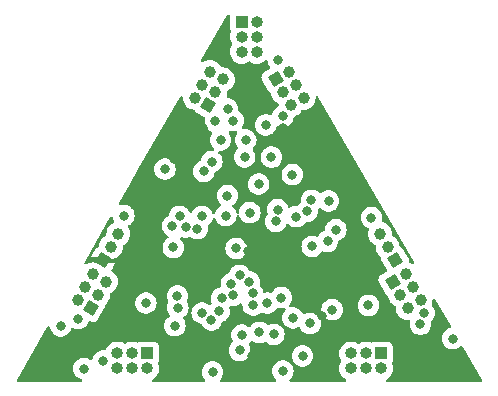
<source format=gbr>
%TF.GenerationSoftware,KiCad,Pcbnew,7.0.0-da2b9df05c~163~ubuntu22.04.1*%
%TF.CreationDate,2023-02-22T23:58:04+03:00*%
%TF.ProjectId,freeeeg16-alpha,66726565-6565-4673-9136-2d616c706861,rev?*%
%TF.SameCoordinates,Original*%
%TF.FileFunction,Copper,L3,Inr*%
%TF.FilePolarity,Positive*%
%FSLAX46Y46*%
G04 Gerber Fmt 4.6, Leading zero omitted, Abs format (unit mm)*
G04 Created by KiCad (PCBNEW 7.0.0-da2b9df05c~163~ubuntu22.04.1) date 2023-02-22 23:58:04*
%MOMM*%
%LPD*%
G01*
G04 APERTURE LIST*
G04 Aperture macros list*
%AMHorizOval*
0 Thick line with rounded ends*
0 $1 width*
0 $2 $3 position (X,Y) of the first rounded end (center of the circle)*
0 $4 $5 position (X,Y) of the second rounded end (center of the circle)*
0 Add line between two ends*
20,1,$1,$2,$3,$4,$5,0*
0 Add two circle primitives to create the rounded ends*
1,1,$1,$2,$3*
1,1,$1,$4,$5*%
%AMRotRect*
0 Rectangle, with rotation*
0 The origin of the aperture is its center*
0 $1 length*
0 $2 width*
0 $3 Rotation angle, in degrees counterclockwise*
0 Add horizontal line*
21,1,$1,$2,0,0,$3*%
G04 Aperture macros list end*
%TA.AperFunction,ComponentPad*%
%ADD10R,1.000000X1.000000*%
%TD*%
%TA.AperFunction,ComponentPad*%
%ADD11O,1.000000X1.000000*%
%TD*%
%TA.AperFunction,ComponentPad*%
%ADD12RotRect,1.000000X1.000000X210.000000*%
%TD*%
%TA.AperFunction,ComponentPad*%
%ADD13HorizOval,1.000000X0.000000X0.000000X0.000000X0.000000X0*%
%TD*%
%TA.AperFunction,ComponentPad*%
%ADD14RotRect,1.000000X1.000000X150.000000*%
%TD*%
%TA.AperFunction,ComponentPad*%
%ADD15HorizOval,1.000000X0.000000X0.000000X0.000000X0.000000X0*%
%TD*%
%TA.AperFunction,ComponentPad*%
%ADD16RotRect,1.000000X1.000000X330.000000*%
%TD*%
%TA.AperFunction,ComponentPad*%
%ADD17HorizOval,1.000000X0.000000X0.000000X0.000000X0.000000X0*%
%TD*%
%TA.AperFunction,ViaPad*%
%ADD18C,0.800000*%
%TD*%
G04 APERTURE END LIST*
D10*
%TO.N,ACC_5_VDDIO*%
%TO.C,J1*%
X-624999Y19054999D03*
D11*
%TO.N,CRYSTAL_4_Vin*%
X644999Y19054999D03*
%TO.N,MCU_18_PB0_ADC1_SYNC{slash}RESET*%
X-624999Y17784999D03*
%TO.N,ADC1_16_SYNC{slash}RESET*%
X644999Y17784999D03*
%TO.N,CRYSTAL_3_OUT*%
X-624999Y16514999D03*
%TO.N,MCU_5_PDO0_RCC_OSC_IN*%
X644999Y16514999D03*
%TD*%
D12*
%TO.N,ADC1_02_AIN2N*%
%TO.C,J3*%
X12344399Y-1099851D03*
D13*
%TO.N,/J17*%
X11709399Y0D03*
%TO.N,ADC1_09_AIN6P*%
X11074399Y1099852D03*
%TD*%
D14*
%TO.N,3V3_2_GND*%
%TO.C,J2*%
X-12346899Y-1104182D03*
D15*
%TO.N,/J18*%
X-11711899Y-4330D03*
%TO.N,ADC1_09_AIN6P*%
X-11076899Y1095521D03*
%TD*%
D10*
%TO.N,ADC2_08_AIN5P*%
%TO.C,J29*%
X11167947Y-9026999D03*
D11*
X11167947Y-10296999D03*
%TO.N,ADC2_09_AIN6P*%
X9897947Y-9026999D03*
X9897947Y-10296999D03*
%TO.N,ADC2_12_AIN7P*%
X8627947Y-9026999D03*
X8627947Y-10296999D03*
%TD*%
D10*
%TO.N,ADC1_29_AIN0P*%
%TO.C,J28*%
X-8630999Y-9026999D03*
D11*
X-8630999Y-10296999D03*
%TO.N,/J18*%
X-9900999Y-9026999D03*
X-9900999Y-10296999D03*
%TO.N,ADC1_32_AIN1P*%
X-11170999Y-9026999D03*
X-11170999Y-10296999D03*
%TD*%
D12*
%TO.N,ADC2_04_AIN3P*%
%TO.C,J31*%
X12133110Y-2961164D03*
D13*
X13232962Y-2326164D03*
%TO.N,/J17*%
X12768110Y-4061016D03*
X13867962Y-3426016D03*
%TO.N,ADC2_05_AIN4P*%
X13403110Y-5160869D03*
X14502962Y-4525869D03*
%TD*%
D16*
%TO.N,ADC1_08_AIN5P*%
%TO.C,J32*%
X-3502111Y11988166D03*
D17*
X-4601963Y12623166D03*
%TO.N,ADC1_09_AIN6P*%
X-2867111Y13088018D03*
X-3966963Y13723018D03*
%TO.N,ADC1_12_AIN7P*%
X-2232111Y14187871D03*
X-3331963Y14822871D03*
%TD*%
D12*
%TO.N,ADC2_29_AIN0P*%
%TO.C,J33*%
X2233636Y14185226D03*
D13*
X3333488Y14820226D03*
%TO.N,ADC2_32_AIN1P*%
X2868636Y13085374D03*
X3968488Y13720374D03*
%TO.N,ADC2_01_AIN2P*%
X3503636Y11985521D03*
X4603488Y12620521D03*
%TD*%
D16*
%TO.N,ADC1_01_AIN2P*%
%TO.C,J30*%
X-13401585Y-5158224D03*
D17*
X-14501437Y-4523224D03*
%TO.N,ADC1_04_AIN3P*%
X-12766585Y-4058372D03*
X-13866437Y-3423372D03*
%TO.N,ADC1_05_AIN4P*%
X-12131585Y-2958519D03*
X-13231437Y-2323519D03*
%TD*%
D18*
%TO.N,ADC1_12_AIN7P*%
X-2870200Y10617200D03*
%TO.N,ADC1_09_AIN6P*%
X2463800Y15849600D03*
%TO.N,ADC1_02_AIN2N*%
X1875000Y7593502D03*
%TO.N,ADC2_17_CS*%
X2417436Y3146105D03*
%TO.N,MCU_18_PB0_ADC1_SYNC{slash}RESET*%
X50800Y2895600D03*
%TO.N,ADC1_02_AIN2N*%
X5334000Y50800D03*
X-6426200Y-50800D03*
%TO.N,3V3_1_IN*%
X-15964500Y-6705600D03*
%TO.N,ADC1_08_AIN5P*%
X-10622859Y2653900D03*
%TO.N,ADC2_01_AIN2P*%
X10349900Y2474505D03*
%TO.N,ADC2_29_AIN0P*%
X2842381Y11056328D03*
%TO.N,3V3_1_IN*%
X-3167720Y7207999D03*
X-13987908Y-10303090D03*
X14823166Y-5607300D03*
%TO.N,ADC1_15_AVDD*%
X7342072Y1466090D03*
X17224809Y-7774246D03*
X-291500Y9054851D03*
X14493630Y-6550916D03*
%TO.N,ADC1_26_DVDD*%
X-1981200Y2641600D03*
X-12368202Y-9654691D03*
X6720733Y3884418D03*
%TO.N,ADC1_14_REFIN*%
X-3844068Y6384068D03*
X6631839Y474212D03*
X10099502Y-4953000D03*
X-380655Y7605455D03*
%TO.N,ACC_5_VDDIO*%
X-6298133Y-6679133D03*
X-806128Y-8764200D03*
X-1099694Y-121403D03*
X7023056Y-5311845D03*
X-14490100Y-6069357D03*
X2844046Y-10517304D03*
%TO.N,ADC2_17_CS*%
X-812967Y-2405237D03*
%TO.N,ADC1_16_SYNC{slash}RESET*%
X2248115Y2159000D03*
X1397000Y10312400D03*
X-7142067Y6581825D03*
%TO.N,ADC1_17_CS*%
X-3986395Y-5595707D03*
X-6500993Y1778000D03*
%TO.N,ADC1_18_DRDY*%
X-5883425Y2581501D03*
X-1515793Y-3115899D03*
%TO.N,ADC1_19_SCLK*%
X-3196554Y-6204685D03*
X-5384777Y1687311D03*
%TO.N,ADC1_23_XTAL1{slash}CLKIN*%
X1532753Y-4758553D03*
X3649502Y6107631D03*
X-1849626Y4338298D03*
%TO.N,3V3_2_GND*%
X-3882027Y10056115D03*
X14351000Y-10795000D03*
X-7878847Y-6168372D03*
X-16916604Y-7489510D03*
X254000Y-9271000D03*
X-15113000Y-11030000D03*
X12383734Y-6967042D03*
X-140000Y600500D03*
X-7402127Y3747685D03*
X2835509Y10038601D03*
X2006600Y4586593D03*
X6156471Y-5830636D03*
X-126805Y-350515D03*
X-6396854Y7412854D03*
X-12207157Y-7342951D03*
X-4703049Y-9386346D03*
%TO.N,3V3_5_OUT*%
X804287Y5311093D03*
X-1828339Y11676570D03*
%TO.N,MCU_7_NRST*%
X-624999Y-7471002D03*
%TO.N,MCU_34_PA13_SYS_JTMS-SWDIO*%
X867897Y-7242595D03*
%TO.N,MCU_37_PA14_SYS_JTCK-SWCLK*%
X5143567Y-6489633D03*
%TO.N,ADC1_20_DOUT*%
X-4395052Y1547848D03*
X-2533936Y-5456391D03*
%TO.N,ADC1_21_DIN*%
X-3984924Y2578666D03*
X-2343219Y-4343400D03*
%TO.N,ADC2_19_SCLK*%
X24571Y-2972145D03*
X3976864Y2568386D03*
%TO.N,ADC2_20_DOUT*%
X4895219Y3013733D03*
X285411Y-3937012D03*
%TO.N,ADC2_21_DIN*%
X5265859Y3944378D03*
X337744Y-4935144D03*
%TO.N,MCU_38_PA15_SYS_JTDI*%
X3709418Y-6013573D03*
%TO.N,MCU_39_PB3_SYS_JTDO-TRACESWO*%
X2083941Y-7409134D03*
%TO.N,MCU_5_PDO0_RCC_OSC_IN*%
X-3098800Y-10608059D03*
X-1345449Y10692649D03*
%TO.N,ACC_13_SCL*%
X4521200Y-9245600D03*
%TO.N,ACC_14_SDA*%
X2726877Y-4290223D03*
%TO.N,RADIO_8_GPIO9*%
X-8750000Y-4750000D03*
%TO.N,MCU_12_PA2_USART2_TX*%
X-6045200Y-5156200D03*
%TO.N,MCU_13_PA3_USART2_RX*%
X-6072303Y-4157065D03*
%TO.N,MCU_18_PB0_ADC1_SYNC{slash}RESET*%
X-2430359Y9038592D03*
X-1372544Y-4105083D03*
%TD*%
%TA.AperFunction,Conductor*%
%TO.N,3V3_2_GND*%
G36*
X-1696510Y19667824D02*
G01*
X-1650384Y19621704D01*
X-1633500Y19558699D01*
X-1633500Y18506362D01*
X-1626989Y18445799D01*
X-1575889Y18308796D01*
X-1570489Y18301582D01*
X-1566171Y18293675D01*
X-1567952Y18292702D01*
X-1548619Y18244815D01*
X-1557232Y18180895D01*
X-1558319Y18178269D01*
X-1561241Y18172804D01*
X-1618908Y17982701D01*
X-1638380Y17785000D01*
X-1618908Y17587299D01*
X-1561241Y17397196D01*
X-1467595Y17221996D01*
X-1465099Y17218954D01*
X-1446718Y17174584D01*
X-1446718Y17125416D01*
X-1465099Y17081045D01*
X-1467595Y17078004D01*
X-1561241Y16902804D01*
X-1618908Y16712701D01*
X-1638380Y16515000D01*
X-1618908Y16317299D01*
X-1561241Y16127196D01*
X-1467595Y15951996D01*
X-1341568Y15798432D01*
X-1336788Y15794509D01*
X-1248411Y15721980D01*
X-1188004Y15672405D01*
X-1182545Y15669487D01*
X-1164182Y15659672D01*
X-1012804Y15578759D01*
X-1006880Y15576962D01*
X-828623Y15522888D01*
X-828619Y15522887D01*
X-822701Y15521092D01*
X-816547Y15520485D01*
X-816538Y15520484D01*
X-631163Y15502227D01*
X-625000Y15501620D01*
X-618837Y15502227D01*
X-433461Y15520484D01*
X-433450Y15520486D01*
X-427299Y15521092D01*
X-421382Y15522886D01*
X-421376Y15522888D01*
X-243119Y15576962D01*
X-243116Y15576963D01*
X-237196Y15578759D01*
X-231738Y15581676D01*
X-231734Y15581678D01*
X-67451Y15669488D01*
X-67441Y15669494D01*
X-61996Y15672405D01*
X-58953Y15674901D01*
X-14579Y15693280D01*
X34579Y15693280D01*
X78953Y15674901D01*
X81996Y15672405D01*
X87441Y15669494D01*
X87451Y15669488D01*
X251734Y15581678D01*
X251738Y15581676D01*
X257196Y15578759D01*
X263116Y15576963D01*
X263119Y15576962D01*
X441376Y15522888D01*
X441382Y15522886D01*
X447299Y15521092D01*
X453450Y15520486D01*
X453461Y15520484D01*
X638837Y15502227D01*
X645000Y15501620D01*
X651163Y15502227D01*
X836538Y15520484D01*
X836547Y15520485D01*
X842701Y15521092D01*
X848619Y15522887D01*
X848623Y15522888D01*
X1026880Y15576962D01*
X1032804Y15578759D01*
X1184182Y15659672D01*
X1202545Y15669487D01*
X1208004Y15672405D01*
X1268411Y15721980D01*
X1359464Y15796705D01*
X1420706Y15823912D01*
X1487235Y15815872D01*
X1540232Y15774860D01*
X1564708Y15712477D01*
X1568919Y15672405D01*
X1570258Y15659672D01*
X1572295Y15653401D01*
X1572297Y15653394D01*
X1627230Y15484328D01*
X1627234Y15484318D01*
X1629273Y15478044D01*
X1632576Y15472322D01*
X1632577Y15472321D01*
X1721458Y15318374D01*
X1721461Y15318369D01*
X1724760Y15312656D01*
X1729175Y15307753D01*
X1772731Y15259379D01*
X1799906Y15210854D01*
X1803543Y15155358D01*
X1782934Y15103702D01*
X1742094Y15065950D01*
X1254253Y14784295D01*
X1205059Y14748374D01*
X1200042Y14742298D01*
X1200040Y14742296D01*
X1117700Y14642570D01*
X1111961Y14635619D01*
X1054401Y14501202D01*
X1053331Y14492260D01*
X1053331Y14492257D01*
X1038110Y14364960D01*
X1038110Y14364955D01*
X1037041Y14356014D01*
X1038534Y14347130D01*
X1038535Y14347126D01*
X1049255Y14283379D01*
X1061289Y14211816D01*
X1064473Y14204616D01*
X1064476Y14204609D01*
X1084563Y14159201D01*
X1084571Y14159184D01*
X1085931Y14156111D01*
X1087613Y14153197D01*
X1087620Y14153184D01*
X1632879Y13208769D01*
X1632884Y13208759D01*
X1634569Y13205843D01*
X1636555Y13203122D01*
X1636561Y13203114D01*
X1665841Y13163014D01*
X1665846Y13163007D01*
X1670490Y13156649D01*
X1676560Y13151636D01*
X1676567Y13151630D01*
X1776293Y13069290D01*
X1776297Y13069287D01*
X1783245Y13063551D01*
X1791529Y13060003D01*
X1791540Y13059997D01*
X1792192Y13059718D01*
X1792828Y13059211D01*
X1799225Y13055313D01*
X1798738Y13054514D01*
X1844234Y13018346D01*
X1867975Y12956247D01*
X1874729Y12887674D01*
X1876523Y12881757D01*
X1876525Y12881751D01*
X1924237Y12724467D01*
X1932396Y12697571D01*
X1935313Y12692113D01*
X1935315Y12692109D01*
X2023124Y12527829D01*
X2023127Y12527824D01*
X2026042Y12522371D01*
X2029963Y12517592D01*
X2029968Y12517586D01*
X2148146Y12373586D01*
X2148151Y12373580D01*
X2152069Y12368807D01*
X2156842Y12364889D01*
X2156848Y12364884D01*
X2300848Y12246706D01*
X2300854Y12246701D01*
X2305633Y12242780D01*
X2311091Y12239862D01*
X2311092Y12239862D01*
X2430844Y12175853D01*
X2468847Y12144665D01*
X2492022Y12101308D01*
X2496841Y12052383D01*
X2490864Y11991688D01*
X2490257Y11985522D01*
X2490864Y11979358D01*
X2490864Y11976125D01*
X2481689Y11928925D01*
X2455501Y11888598D01*
X2416113Y11861018D01*
X2385629Y11847446D01*
X2380288Y11843565D01*
X2380287Y11843565D01*
X2289945Y11777927D01*
X2231128Y11735194D01*
X2103341Y11593272D01*
X2007854Y11427884D01*
X2005814Y11421606D01*
X2005811Y11421599D01*
X1950878Y11252533D01*
X1950876Y11252528D01*
X1948839Y11246256D01*
X1948149Y11239694D01*
X1946775Y11233228D01*
X1945407Y11233518D01*
X1928743Y11186469D01*
X1886070Y11145978D01*
X1829665Y11129273D01*
X1771825Y11139993D01*
X1679288Y11181194D01*
X1492487Y11220900D01*
X1301513Y11220900D01*
X1114712Y11181194D01*
X940248Y11103518D01*
X864282Y11048325D01*
X796735Y10999249D01*
X785747Y10991266D01*
X657960Y10849344D01*
X562473Y10683956D01*
X560433Y10677678D01*
X560430Y10677671D01*
X505497Y10508605D01*
X505495Y10508600D01*
X503458Y10502328D01*
X502768Y10495764D01*
X490850Y10382372D01*
X483496Y10312400D01*
X484186Y10305835D01*
X496337Y10190219D01*
X503458Y10122472D01*
X505495Y10116201D01*
X505497Y10116194D01*
X560430Y9947128D01*
X560434Y9947118D01*
X562473Y9940844D01*
X565776Y9935122D01*
X565777Y9935121D01*
X654658Y9781174D01*
X654661Y9781169D01*
X657960Y9775456D01*
X662378Y9770549D01*
X662379Y9770548D01*
X781325Y9638444D01*
X781330Y9638439D01*
X785747Y9633534D01*
X791083Y9629656D01*
X791091Y9629650D01*
X934906Y9525163D01*
X940248Y9521282D01*
X946275Y9518598D01*
X946278Y9518597D01*
X1108681Y9446291D01*
X1114712Y9443606D01*
X1121161Y9442235D01*
X1121168Y9442233D01*
X1295056Y9405272D01*
X1295060Y9405271D01*
X1301513Y9403900D01*
X1485884Y9403900D01*
X1492487Y9403900D01*
X1498940Y9405271D01*
X1498943Y9405272D01*
X1672831Y9442233D01*
X1672835Y9442234D01*
X1679288Y9443606D01*
X1853752Y9521282D01*
X1935180Y9580443D01*
X2002908Y9629650D01*
X2002911Y9629653D01*
X2008253Y9633534D01*
X2136040Y9775456D01*
X2231527Y9940844D01*
X2290542Y10122472D01*
X2291231Y10129035D01*
X2292606Y10135500D01*
X2293978Y10135208D01*
X2310627Y10182241D01*
X2353299Y10222742D01*
X2409707Y10239454D01*
X2467554Y10228734D01*
X2554058Y10190220D01*
X2554065Y10190217D01*
X2560093Y10187534D01*
X2566542Y10186163D01*
X2566549Y10186161D01*
X2740437Y10149200D01*
X2740441Y10149199D01*
X2746894Y10147828D01*
X2931265Y10147828D01*
X2937868Y10147828D01*
X2944321Y10149199D01*
X2944324Y10149200D01*
X3118212Y10186161D01*
X3118216Y10186162D01*
X3124669Y10187534D01*
X3299133Y10265210D01*
X3384698Y10327377D01*
X3448289Y10373578D01*
X3448292Y10373581D01*
X3453634Y10377462D01*
X3581421Y10519384D01*
X3676908Y10684772D01*
X3679468Y10692649D01*
X3730981Y10851190D01*
X3735923Y10866400D01*
X3741917Y10923436D01*
X3756364Y10970145D01*
X3787505Y11007839D01*
X3830650Y11030840D01*
X3885519Y11047484D01*
X3885524Y11047486D01*
X3891441Y11049281D01*
X3896896Y11052196D01*
X3896899Y11052198D01*
X4061182Y11140009D01*
X4066641Y11142927D01*
X4109995Y11178507D01*
X4215425Y11265031D01*
X4220205Y11268954D01*
X4346232Y11422518D01*
X4413159Y11547730D01*
X4444346Y11585732D01*
X4487703Y11608907D01*
X4536628Y11613726D01*
X4597323Y11607749D01*
X4597326Y11607749D01*
X4603489Y11607142D01*
X4609652Y11607749D01*
X4795027Y11626006D01*
X4795036Y11626007D01*
X4801190Y11626614D01*
X4807108Y11628409D01*
X4807112Y11628410D01*
X4985369Y11682484D01*
X4991293Y11684281D01*
X5086545Y11735194D01*
X5161034Y11775009D01*
X5166493Y11777927D01*
X5266419Y11859934D01*
X5315277Y11900031D01*
X5320057Y11903954D01*
X5446084Y12057518D01*
X5539730Y12232718D01*
X5597397Y12422821D01*
X5598265Y12431628D01*
X5616262Y12614359D01*
X5616869Y12620522D01*
X5614050Y12649143D01*
X5625720Y12715742D01*
X5670138Y12766720D01*
X5734514Y12787397D01*
X5800309Y12771817D01*
X5848577Y12724467D01*
X13938735Y-1295704D01*
X13955598Y-1357877D01*
X13939527Y-1420260D01*
X13894721Y-1466545D01*
X13832894Y-1484635D01*
X13770205Y-1469800D01*
X13626231Y-1392844D01*
X13626226Y-1392842D01*
X13620767Y-1389924D01*
X13616735Y-1388700D01*
X13577415Y-1362652D01*
X13550172Y-1322912D01*
X13540183Y-1277430D01*
X13540996Y-1270639D01*
X13516748Y-1126441D01*
X13492106Y-1070736D01*
X12943468Y-120468D01*
X12907547Y-71274D01*
X12901471Y-66257D01*
X12901469Y-66255D01*
X12821224Y0D01*
X12794792Y21824D01*
X12785860Y25648D01*
X12785225Y26153D01*
X12778811Y30063D01*
X12779298Y30863D01*
X12733807Y67021D01*
X12710061Y129129D01*
X12709723Y132564D01*
X12703308Y197701D01*
X12645641Y387804D01*
X12551995Y563004D01*
X12425968Y716568D01*
X12272404Y842595D01*
X12172129Y896193D01*
X12147192Y909522D01*
X12109188Y940711D01*
X12086012Y984069D01*
X12081194Y1032991D01*
X12087780Y1099853D01*
X12068308Y1297554D01*
X12010641Y1487657D01*
X11916995Y1662857D01*
X11790968Y1816421D01*
X11637404Y1942448D01*
X11462204Y2036094D01*
X11312540Y2081493D01*
X11256592Y2116539D01*
X11226044Y2175065D01*
X11229284Y2241005D01*
X11243442Y2284577D01*
X11263404Y2474505D01*
X11243442Y2664433D01*
X11184427Y2846061D01*
X11088940Y3011449D01*
X10961153Y3153371D01*
X10806652Y3265623D01*
X10632188Y3343299D01*
X10445387Y3383005D01*
X10254413Y3383005D01*
X10067612Y3343299D01*
X9893148Y3265623D01*
X9796978Y3195751D01*
X9773295Y3178544D01*
X9738647Y3153371D01*
X9734225Y3148460D01*
X9717196Y3129548D01*
X9610860Y3011449D01*
X9515373Y2846061D01*
X9513333Y2839783D01*
X9513330Y2839776D01*
X9458397Y2670710D01*
X9458395Y2670705D01*
X9456358Y2664433D01*
X9455668Y2657869D01*
X9442287Y2530556D01*
X9436396Y2474505D01*
X9437086Y2467940D01*
X9452650Y2319851D01*
X9456358Y2284577D01*
X9458395Y2278306D01*
X9458397Y2278299D01*
X9513330Y2109233D01*
X9513334Y2109223D01*
X9515373Y2102949D01*
X9518676Y2097227D01*
X9518677Y2097226D01*
X9607558Y1943279D01*
X9607561Y1943274D01*
X9610860Y1937561D01*
X9615278Y1932654D01*
X9615279Y1932653D01*
X9734225Y1800549D01*
X9734230Y1800544D01*
X9738647Y1795639D01*
X9743983Y1791761D01*
X9743991Y1791755D01*
X9887806Y1687268D01*
X9893148Y1683387D01*
X9899175Y1680703D01*
X9899178Y1680702D01*
X10059700Y1609233D01*
X10107231Y1572347D01*
X10132240Y1517628D01*
X10129026Y1457550D01*
X10094280Y1343006D01*
X10080492Y1297554D01*
X10079885Y1291400D01*
X10079884Y1291391D01*
X10061627Y1106016D01*
X10061020Y1099853D01*
X10061627Y1093692D01*
X10061627Y1093690D01*
X10079884Y908314D01*
X10079886Y908303D01*
X10080492Y902152D01*
X10082286Y896235D01*
X10082288Y896229D01*
X10135598Y720490D01*
X10138159Y712049D01*
X10141076Y706591D01*
X10141078Y706587D01*
X10228887Y542307D01*
X10228890Y542302D01*
X10231805Y536849D01*
X10235726Y532070D01*
X10235731Y532064D01*
X10353909Y388064D01*
X10353914Y388058D01*
X10357832Y383285D01*
X10362605Y379367D01*
X10362611Y379362D01*
X10506611Y261184D01*
X10506617Y261179D01*
X10511396Y257258D01*
X10516854Y254340D01*
X10516855Y254340D01*
X10636607Y190331D01*
X10674610Y159143D01*
X10697785Y115786D01*
X10702604Y66861D01*
X10697604Y16086D01*
X10696020Y0D01*
X10696627Y-6163D01*
X10714884Y-191538D01*
X10714885Y-191547D01*
X10715492Y-197701D01*
X10717287Y-203619D01*
X10717288Y-203623D01*
X10752820Y-320756D01*
X10773159Y-387804D01*
X10866805Y-563004D01*
X10870730Y-567787D01*
X10870731Y-567788D01*
X10874285Y-572119D01*
X10992832Y-716568D01*
X10997611Y-720490D01*
X10997615Y-720494D01*
X11103720Y-807572D01*
X11140691Y-857965D01*
X11147731Y-911129D01*
X11148659Y-911107D01*
X11148863Y-919676D01*
X11148896Y-919925D01*
X11148873Y-920113D01*
X11148873Y-920122D01*
X11147804Y-929065D01*
X11149297Y-937949D01*
X11149298Y-937952D01*
X11164530Y-1028530D01*
X11172052Y-1073263D01*
X11175237Y-1080464D01*
X11175239Y-1080469D01*
X11195326Y-1125877D01*
X11195331Y-1125886D01*
X11196694Y-1128968D01*
X11198380Y-1131889D01*
X11198383Y-1131894D01*
X11327838Y-1356116D01*
X11656913Y-1926090D01*
X11673794Y-1989089D01*
X11656913Y-2052089D01*
X11610794Y-2098208D01*
X11156653Y-2360407D01*
X11156643Y-2360412D01*
X11153727Y-2362097D01*
X11151006Y-2364083D01*
X11150998Y-2364089D01*
X11110898Y-2393369D01*
X11110891Y-2393374D01*
X11104533Y-2398018D01*
X11099520Y-2404088D01*
X11099514Y-2404095D01*
X11017174Y-2503821D01*
X11017171Y-2503825D01*
X11011435Y-2510773D01*
X11007887Y-2519058D01*
X11007886Y-2519060D01*
X10957421Y-2636908D01*
X10957420Y-2636911D01*
X10953875Y-2645190D01*
X10952806Y-2654130D01*
X10952805Y-2654134D01*
X10937584Y-2781431D01*
X10937584Y-2781436D01*
X10936515Y-2790378D01*
X10938008Y-2799262D01*
X10938009Y-2799265D01*
X10948729Y-2863013D01*
X10960763Y-2934576D01*
X10963948Y-2941777D01*
X10963950Y-2941782D01*
X10984037Y-2987190D01*
X10984042Y-2987199D01*
X10985405Y-2990281D01*
X10987091Y-2993202D01*
X10987094Y-2993207D01*
X11499781Y-3881206D01*
X11534043Y-3940549D01*
X11536035Y-3943277D01*
X11565315Y-3983377D01*
X11565317Y-3983379D01*
X11569964Y-3989743D01*
X11576039Y-3994759D01*
X11576041Y-3994761D01*
X11675769Y-4077103D01*
X11682719Y-4082841D01*
X11691656Y-4086668D01*
X11692294Y-4087174D01*
X11698698Y-4091078D01*
X11698210Y-4091877D01*
X11743704Y-4128038D01*
X11767449Y-4190144D01*
X11773595Y-4252555D01*
X11773596Y-4252564D01*
X11774203Y-4258718D01*
X11775998Y-4264636D01*
X11775999Y-4264640D01*
X11808026Y-4370217D01*
X11831870Y-4448821D01*
X11925516Y-4624021D01*
X11929441Y-4628804D01*
X11929442Y-4628805D01*
X12045018Y-4769635D01*
X12051543Y-4777585D01*
X12205107Y-4903612D01*
X12330319Y-4970539D01*
X12368321Y-5001726D01*
X12391496Y-5045083D01*
X12396315Y-5094008D01*
X12390338Y-5154704D01*
X12389731Y-5160870D01*
X12390338Y-5167033D01*
X12408595Y-5352408D01*
X12408596Y-5352417D01*
X12409203Y-5358571D01*
X12410998Y-5364489D01*
X12410999Y-5364493D01*
X12443528Y-5471726D01*
X12466870Y-5548674D01*
X12469789Y-5554135D01*
X12549938Y-5704085D01*
X12560516Y-5723874D01*
X12564441Y-5728657D01*
X12564442Y-5728658D01*
X12650622Y-5833669D01*
X12686543Y-5877438D01*
X12840107Y-6003465D01*
X13015307Y-6097111D01*
X13205410Y-6154778D01*
X13211571Y-6155384D01*
X13211572Y-6155385D01*
X13396948Y-6173643D01*
X13403111Y-6174250D01*
X13477570Y-6166916D01*
X13538707Y-6176138D01*
X13588098Y-6213335D01*
X13613846Y-6269550D01*
X13609752Y-6331245D01*
X13602127Y-6354710D01*
X13602125Y-6354717D01*
X13600088Y-6360988D01*
X13599398Y-6367549D01*
X13599398Y-6367551D01*
X13590577Y-6451477D01*
X13580126Y-6550916D01*
X13580816Y-6557481D01*
X13583388Y-6581957D01*
X13600088Y-6740844D01*
X13602125Y-6747116D01*
X13602127Y-6747121D01*
X13657060Y-6916187D01*
X13657063Y-6916194D01*
X13659103Y-6922472D01*
X13715906Y-7020858D01*
X13744782Y-7070873D01*
X13754590Y-7087860D01*
X13882377Y-7229782D01*
X13887719Y-7233663D01*
X13887721Y-7233665D01*
X13892727Y-7237302D01*
X14036878Y-7342034D01*
X14211342Y-7419710D01*
X14398143Y-7459416D01*
X14582514Y-7459416D01*
X14589117Y-7459416D01*
X14775918Y-7419710D01*
X14950382Y-7342034D01*
X15104883Y-7229782D01*
X15232670Y-7087860D01*
X15328157Y-6922472D01*
X15387172Y-6740844D01*
X15407134Y-6550916D01*
X15390693Y-6394493D01*
X15398372Y-6336171D01*
X15431067Y-6288601D01*
X15434419Y-6286166D01*
X15562206Y-6144244D01*
X15657693Y-5978856D01*
X15716708Y-5797228D01*
X15736670Y-5607300D01*
X15716708Y-5417372D01*
X15678706Y-5300415D01*
X15659735Y-5242028D01*
X15659734Y-5242026D01*
X15657693Y-5235744D01*
X15562206Y-5070356D01*
X15482225Y-4981529D01*
X15452880Y-4924627D01*
X15455290Y-4860646D01*
X15495072Y-4729502D01*
X15495072Y-4729500D01*
X15496871Y-4723571D01*
X15516343Y-4525870D01*
X15514629Y-4508471D01*
X15526298Y-4441873D01*
X15570716Y-4390894D01*
X15635092Y-4370217D01*
X15700888Y-4385797D01*
X15749156Y-4433147D01*
X17063629Y-6711117D01*
X17080323Y-6767518D01*
X17069596Y-6825353D01*
X17033785Y-6872015D01*
X16980693Y-6897337D01*
X16948985Y-6904077D01*
X16948975Y-6904079D01*
X16942521Y-6905452D01*
X16936491Y-6908136D01*
X16936490Y-6908137D01*
X16774087Y-6980443D01*
X16774084Y-6980444D01*
X16768057Y-6983128D01*
X16762716Y-6987008D01*
X16762715Y-6987009D01*
X16618900Y-7091496D01*
X16618892Y-7091502D01*
X16613556Y-7095380D01*
X16609139Y-7100285D01*
X16609134Y-7100290D01*
X16500462Y-7220984D01*
X16485769Y-7237302D01*
X16482470Y-7243015D01*
X16482467Y-7243020D01*
X16398562Y-7388349D01*
X16390282Y-7402690D01*
X16388243Y-7408964D01*
X16388239Y-7408974D01*
X16333306Y-7578040D01*
X16333304Y-7578047D01*
X16331267Y-7584318D01*
X16330577Y-7590879D01*
X16330577Y-7590881D01*
X16328281Y-7612727D01*
X16311305Y-7774246D01*
X16331267Y-7964174D01*
X16333304Y-7970446D01*
X16333306Y-7970451D01*
X16388239Y-8139517D01*
X16388242Y-8139524D01*
X16390282Y-8145802D01*
X16485769Y-8311190D01*
X16613556Y-8453112D01*
X16618898Y-8456993D01*
X16618900Y-8456995D01*
X16662107Y-8488387D01*
X16768057Y-8565364D01*
X16942521Y-8643040D01*
X17129322Y-8682746D01*
X17313693Y-8682746D01*
X17320296Y-8682746D01*
X17507097Y-8643040D01*
X17681561Y-8565364D01*
X17836062Y-8453112D01*
X17861844Y-8424477D01*
X17910330Y-8391155D01*
X17968663Y-8383480D01*
X18024122Y-8403127D01*
X18064613Y-8445814D01*
X19677266Y-11240526D01*
X19694132Y-11303522D01*
X19677244Y-11366513D01*
X19631126Y-11412623D01*
X19568132Y-11429500D01*
X11691598Y-11429500D01*
X11627885Y-11412205D01*
X11581664Y-11365066D01*
X11565622Y-11301026D01*
X11584165Y-11237665D01*
X11632202Y-11192378D01*
X11675568Y-11169198D01*
X11730952Y-11139595D01*
X11884516Y-11013568D01*
X12010543Y-10860004D01*
X12104189Y-10684804D01*
X12161856Y-10494701D01*
X12181328Y-10297000D01*
X12173566Y-10218195D01*
X12162463Y-10105461D01*
X12162462Y-10105460D01*
X12161856Y-10099299D01*
X12104189Y-9909196D01*
X12101268Y-9903732D01*
X12100179Y-9901102D01*
X12091569Y-9837168D01*
X12110903Y-9789303D01*
X12109118Y-9788328D01*
X12113437Y-9780416D01*
X12118837Y-9773204D01*
X12169937Y-9636201D01*
X12176448Y-9575638D01*
X12176448Y-8478362D01*
X12169937Y-8417799D01*
X12118837Y-8280796D01*
X12031209Y-8163739D01*
X12007248Y-8145802D01*
X11921365Y-8081510D01*
X11921362Y-8081508D01*
X11914152Y-8076111D01*
X11905714Y-8072964D01*
X11905711Y-8072962D01*
X11784528Y-8027763D01*
X11784526Y-8027762D01*
X11777149Y-8025011D01*
X11769321Y-8024169D01*
X11769315Y-8024168D01*
X11719936Y-8018860D01*
X11719933Y-8018859D01*
X11716586Y-8018500D01*
X10619310Y-8018500D01*
X10615963Y-8018859D01*
X10615959Y-8018860D01*
X10566580Y-8024168D01*
X10566573Y-8024169D01*
X10558747Y-8025011D01*
X10551371Y-8027761D01*
X10551367Y-8027763D01*
X10430183Y-8072963D01*
X10430180Y-8072964D01*
X10421744Y-8076111D01*
X10414532Y-8081509D01*
X10406622Y-8085829D01*
X10405650Y-8084049D01*
X10357759Y-8103380D01*
X10293848Y-8094769D01*
X10291209Y-8093675D01*
X10285752Y-8090759D01*
X10279833Y-8088963D01*
X10279832Y-8088963D01*
X10101571Y-8034888D01*
X10101567Y-8034887D01*
X10095649Y-8033092D01*
X10089495Y-8032485D01*
X10089486Y-8032484D01*
X9904111Y-8014227D01*
X9897948Y-8013620D01*
X9891785Y-8014227D01*
X9706409Y-8032484D01*
X9706398Y-8032486D01*
X9700247Y-8033092D01*
X9694330Y-8034886D01*
X9694324Y-8034888D01*
X9516067Y-8088962D01*
X9516064Y-8088963D01*
X9510144Y-8090759D01*
X9504686Y-8093676D01*
X9504682Y-8093678D01*
X9340402Y-8181487D01*
X9340401Y-8181488D01*
X9334944Y-8184405D01*
X9331902Y-8186900D01*
X9287529Y-8205281D01*
X9238367Y-8205281D01*
X9193992Y-8186900D01*
X9190952Y-8184405D01*
X9165779Y-8170950D01*
X9021213Y-8093678D01*
X9015752Y-8090759D01*
X8967464Y-8076111D01*
X8831571Y-8034888D01*
X8831567Y-8034887D01*
X8825649Y-8033092D01*
X8819495Y-8032485D01*
X8819486Y-8032484D01*
X8634111Y-8014227D01*
X8627948Y-8013620D01*
X8621785Y-8014227D01*
X8436409Y-8032484D01*
X8436398Y-8032486D01*
X8430247Y-8033092D01*
X8424330Y-8034886D01*
X8424324Y-8034888D01*
X8246067Y-8088962D01*
X8246064Y-8088963D01*
X8240144Y-8090759D01*
X8234686Y-8093676D01*
X8234682Y-8093678D01*
X8070402Y-8181487D01*
X8070401Y-8181488D01*
X8064944Y-8184405D01*
X8060165Y-8188326D01*
X8060159Y-8188331D01*
X7916159Y-8306509D01*
X7916153Y-8306514D01*
X7911380Y-8310432D01*
X7907462Y-8315205D01*
X7907457Y-8315211D01*
X7789279Y-8459211D01*
X7789274Y-8459217D01*
X7785353Y-8463996D01*
X7782438Y-8469449D01*
X7782435Y-8469454D01*
X7729765Y-8567994D01*
X7691707Y-8639196D01*
X7689912Y-8645114D01*
X7689910Y-8645119D01*
X7635836Y-8823376D01*
X7635834Y-8823382D01*
X7634040Y-8829299D01*
X7633434Y-8835450D01*
X7633432Y-8835461D01*
X7615175Y-9020837D01*
X7614568Y-9027000D01*
X7615175Y-9033163D01*
X7633432Y-9218538D01*
X7633433Y-9218547D01*
X7634040Y-9224701D01*
X7635835Y-9230619D01*
X7635836Y-9230623D01*
X7658717Y-9306051D01*
X7691707Y-9414804D01*
X7694626Y-9420265D01*
X7782436Y-9584548D01*
X7782439Y-9584553D01*
X7785353Y-9590004D01*
X7787849Y-9593046D01*
X7806228Y-9637421D01*
X7806228Y-9686579D01*
X7787849Y-9730953D01*
X7785353Y-9733996D01*
X7782442Y-9739441D01*
X7782436Y-9739451D01*
X7696033Y-9901102D01*
X7691707Y-9909196D01*
X7689911Y-9915116D01*
X7689910Y-9915119D01*
X7635836Y-10093376D01*
X7635834Y-10093382D01*
X7634040Y-10099299D01*
X7633434Y-10105450D01*
X7633432Y-10105461D01*
X7615175Y-10290837D01*
X7614568Y-10297000D01*
X7615175Y-10303163D01*
X7633432Y-10488538D01*
X7633433Y-10488547D01*
X7634040Y-10494701D01*
X7635835Y-10500619D01*
X7635836Y-10500623D01*
X7664567Y-10595335D01*
X7691707Y-10684804D01*
X7785353Y-10860004D01*
X7789278Y-10864787D01*
X7789279Y-10864788D01*
X7885436Y-10981956D01*
X7911380Y-11013568D01*
X8064944Y-11139595D01*
X8075062Y-11145003D01*
X8163694Y-11192378D01*
X8211731Y-11237665D01*
X8230274Y-11301026D01*
X8214232Y-11365066D01*
X8168011Y-11412205D01*
X8104298Y-11429500D01*
X3521936Y-11429500D01*
X3461235Y-11413915D01*
X3415551Y-11371015D01*
X3396185Y-11311413D01*
X3407927Y-11249853D01*
X3445267Y-11204715D01*
X3445048Y-11204471D01*
X3446702Y-11202981D01*
X3447874Y-11201565D01*
X3448545Y-11201077D01*
X3455299Y-11196170D01*
X3583086Y-11054248D01*
X3678573Y-10888860D01*
X3737588Y-10707232D01*
X3757550Y-10517304D01*
X3737588Y-10327376D01*
X3678573Y-10145748D01*
X3583086Y-9980360D01*
X3455299Y-9838438D01*
X3449957Y-9834557D01*
X3449954Y-9834554D01*
X3353894Y-9764763D01*
X3300798Y-9726186D01*
X3126334Y-9648510D01*
X3119881Y-9647138D01*
X3119877Y-9647137D01*
X2945989Y-9610176D01*
X2945986Y-9610175D01*
X2939533Y-9608804D01*
X2748559Y-9608804D01*
X2742106Y-9610175D01*
X2742102Y-9610176D01*
X2568214Y-9647137D01*
X2568207Y-9647139D01*
X2561758Y-9648510D01*
X2555728Y-9651194D01*
X2555727Y-9651195D01*
X2393324Y-9723501D01*
X2393321Y-9723502D01*
X2387294Y-9726186D01*
X2381953Y-9730066D01*
X2381952Y-9730067D01*
X2238137Y-9834554D01*
X2238129Y-9834560D01*
X2232793Y-9838438D01*
X2228376Y-9843343D01*
X2228371Y-9843348D01*
X2148969Y-9931534D01*
X2105006Y-9980360D01*
X2101707Y-9986073D01*
X2101704Y-9986078D01*
X2027621Y-10114394D01*
X2009519Y-10145748D01*
X2007480Y-10152022D01*
X2007476Y-10152032D01*
X1952543Y-10321098D01*
X1952541Y-10321105D01*
X1950504Y-10327376D01*
X1949814Y-10333937D01*
X1949814Y-10333939D01*
X1938464Y-10441930D01*
X1930542Y-10517304D01*
X1931232Y-10523869D01*
X1947680Y-10680368D01*
X1950504Y-10707232D01*
X1952541Y-10713504D01*
X1952543Y-10713509D01*
X2007476Y-10882575D01*
X2007479Y-10882582D01*
X2009519Y-10888860D01*
X2105006Y-11054248D01*
X2232793Y-11196170D01*
X2238139Y-11200054D01*
X2240218Y-11201565D01*
X2241389Y-11202981D01*
X2243044Y-11204471D01*
X2242824Y-11204715D01*
X2280165Y-11249853D01*
X2291907Y-11311413D01*
X2272541Y-11371015D01*
X2226857Y-11413915D01*
X2166156Y-11429500D01*
X-2332922Y-11429500D01*
X-2388946Y-11416360D01*
X-2433285Y-11379680D01*
X-2456690Y-11327110D01*
X-2454281Y-11269616D01*
X-2426558Y-11219190D01*
X-2364179Y-11149911D01*
X-2364178Y-11149909D01*
X-2359760Y-11145003D01*
X-2264273Y-10979615D01*
X-2262233Y-10973337D01*
X-2262230Y-10973330D01*
X-2207297Y-10804264D01*
X-2207295Y-10804259D01*
X-2205258Y-10797987D01*
X-2185296Y-10608059D01*
X-2202349Y-10445809D01*
X-2204568Y-10424694D01*
X-2204568Y-10424692D01*
X-2205258Y-10418131D01*
X-2207295Y-10411860D01*
X-2207297Y-10411853D01*
X-2262230Y-10242787D01*
X-2262234Y-10242777D01*
X-2264273Y-10236503D01*
X-2313042Y-10152032D01*
X-2356458Y-10076833D01*
X-2356461Y-10076828D01*
X-2359760Y-10071115D01*
X-2390731Y-10036718D01*
X-2483125Y-9934103D01*
X-2483130Y-9934098D01*
X-2487547Y-9929193D01*
X-2492883Y-9925315D01*
X-2492891Y-9925309D01*
X-2636706Y-9820822D01*
X-2636707Y-9820821D01*
X-2642048Y-9816941D01*
X-2648075Y-9814257D01*
X-2648078Y-9814256D01*
X-2810481Y-9741950D01*
X-2810482Y-9741949D01*
X-2816512Y-9739265D01*
X-2822961Y-9737894D01*
X-2822968Y-9737892D01*
X-2996856Y-9700931D01*
X-2996860Y-9700930D01*
X-3003313Y-9699559D01*
X-3194287Y-9699559D01*
X-3200740Y-9700930D01*
X-3200743Y-9700931D01*
X-3374631Y-9737892D01*
X-3374635Y-9737893D01*
X-3381088Y-9739265D01*
X-3555552Y-9816941D01*
X-3585140Y-9838438D01*
X-3704708Y-9925309D01*
X-3704711Y-9925312D01*
X-3710053Y-9929193D01*
X-3837840Y-10071115D01*
X-3933327Y-10236503D01*
X-3935368Y-10242785D01*
X-3935369Y-10242787D01*
X-3952984Y-10297000D01*
X-3992342Y-10418131D01*
X-4012304Y-10608059D01*
X-3992342Y-10797987D01*
X-3933327Y-10979615D01*
X-3837840Y-11145003D01*
X-3796191Y-11191259D01*
X-3771042Y-11219190D01*
X-3743319Y-11269616D01*
X-3740910Y-11327110D01*
X-3764315Y-11379680D01*
X-3808654Y-11416360D01*
X-3864678Y-11429500D01*
X-8107350Y-11429500D01*
X-8171063Y-11412205D01*
X-8217284Y-11365066D01*
X-8233326Y-11301026D01*
X-8214783Y-11237665D01*
X-8166746Y-11192378D01*
X-8078114Y-11145003D01*
X-8067996Y-11139595D01*
X-7914432Y-11013568D01*
X-7888488Y-10981956D01*
X-7792331Y-10864788D01*
X-7792330Y-10864787D01*
X-7788405Y-10860004D01*
X-7694759Y-10684804D01*
X-7667619Y-10595335D01*
X-7638888Y-10500623D01*
X-7638887Y-10500619D01*
X-7637092Y-10494701D01*
X-7636485Y-10488547D01*
X-7636484Y-10488538D01*
X-7618227Y-10303163D01*
X-7617620Y-10297000D01*
X-7618227Y-10290837D01*
X-7636484Y-10105461D01*
X-7636486Y-10105450D01*
X-7637092Y-10099299D01*
X-7638886Y-10093382D01*
X-7638888Y-10093376D01*
X-7692963Y-9915115D01*
X-7692964Y-9915110D01*
X-7694759Y-9909196D01*
X-7697673Y-9903742D01*
X-7698771Y-9901094D01*
X-7707378Y-9837173D01*
X-7688046Y-9789298D01*
X-7689829Y-9788325D01*
X-7685510Y-9780416D01*
X-7680111Y-9773204D01*
X-7676963Y-9764764D01*
X-7676962Y-9764763D01*
X-7631763Y-9643580D01*
X-7631762Y-9643578D01*
X-7629011Y-9636201D01*
X-7628169Y-9628373D01*
X-7628168Y-9628367D01*
X-7622860Y-9578988D01*
X-7622859Y-9578985D01*
X-7622500Y-9575638D01*
X-7622500Y-8764200D01*
X-1719632Y-8764200D01*
X-1699670Y-8954128D01*
X-1640655Y-9135756D01*
X-1545168Y-9301144D01*
X-1417381Y-9443066D01*
X-1262880Y-9555318D01*
X-1088416Y-9632994D01*
X-901615Y-9672700D01*
X-717244Y-9672700D01*
X-710641Y-9672700D01*
X-523840Y-9632994D01*
X-349376Y-9555318D01*
X-194875Y-9443066D01*
X-182177Y-9428964D01*
X-164094Y-9408880D01*
X-67088Y-9301144D01*
X-60318Y-9289419D01*
X-35020Y-9245600D01*
X3607696Y-9245600D01*
X3608386Y-9252165D01*
X3612301Y-9289419D01*
X3627658Y-9435528D01*
X3629695Y-9441800D01*
X3629697Y-9441805D01*
X3684630Y-9610871D01*
X3684633Y-9610878D01*
X3686673Y-9617156D01*
X3735041Y-9700931D01*
X3776767Y-9773204D01*
X3782160Y-9782544D01*
X3909947Y-9924466D01*
X4064448Y-10036718D01*
X4238912Y-10114394D01*
X4425713Y-10154100D01*
X4610084Y-10154100D01*
X4616687Y-10154100D01*
X4803488Y-10114394D01*
X4977952Y-10036718D01*
X5132453Y-9924466D01*
X5260240Y-9782544D01*
X5355727Y-9617156D01*
X5414742Y-9435528D01*
X5434704Y-9245600D01*
X5414742Y-9055672D01*
X5355727Y-8874044D01*
X5260240Y-8708656D01*
X5132453Y-8566734D01*
X5127111Y-8562853D01*
X5127108Y-8562850D01*
X5015457Y-8481731D01*
X4977952Y-8454482D01*
X4803488Y-8376806D01*
X4797035Y-8375434D01*
X4797031Y-8375433D01*
X4623143Y-8338472D01*
X4623140Y-8338471D01*
X4616687Y-8337100D01*
X4425713Y-8337100D01*
X4419260Y-8338471D01*
X4419256Y-8338472D01*
X4245368Y-8375433D01*
X4245361Y-8375435D01*
X4238912Y-8376806D01*
X4232882Y-8379490D01*
X4232881Y-8379491D01*
X4070478Y-8451797D01*
X4070475Y-8451798D01*
X4064448Y-8454482D01*
X4059107Y-8458362D01*
X4059106Y-8458363D01*
X3915291Y-8562850D01*
X3915283Y-8562856D01*
X3909947Y-8566734D01*
X3905530Y-8571639D01*
X3905525Y-8571644D01*
X3805489Y-8682746D01*
X3782160Y-8708656D01*
X3778861Y-8714369D01*
X3778858Y-8714374D01*
X3692718Y-8863573D01*
X3686673Y-8874044D01*
X3684634Y-8880318D01*
X3684630Y-8880328D01*
X3629697Y-9049394D01*
X3629695Y-9049401D01*
X3627658Y-9055672D01*
X3626968Y-9062233D01*
X3626968Y-9062235D01*
X3610540Y-9218538D01*
X3607696Y-9245600D01*
X-35020Y-9245600D01*
X28399Y-9135756D01*
X87414Y-8954128D01*
X107376Y-8764200D01*
X87414Y-8574272D01*
X38743Y-8424480D01*
X30441Y-8398928D01*
X30440Y-8398926D01*
X28399Y-8392644D01*
X-27701Y-8295475D01*
X-43891Y-8245650D01*
X-38414Y-8193543D01*
X-12220Y-8148173D01*
X114041Y-8007946D01*
X121387Y-7995221D01*
X171350Y-7946968D01*
X239295Y-7932524D01*
X304569Y-7956281D01*
X315433Y-7964174D01*
X411145Y-8033713D01*
X585609Y-8111389D01*
X772410Y-8151095D01*
X956781Y-8151095D01*
X963384Y-8151095D01*
X1150185Y-8111389D01*
X1156220Y-8108701D01*
X1156223Y-8108701D01*
X1306804Y-8041658D01*
X1311802Y-8039432D01*
X1363050Y-8028539D01*
X1414299Y-8039432D01*
X1456686Y-8070229D01*
X1468263Y-8083087D01*
X1468270Y-8083093D01*
X1472688Y-8088000D01*
X1627189Y-8200252D01*
X1801653Y-8277928D01*
X1988454Y-8317634D01*
X2172825Y-8317634D01*
X2179428Y-8317634D01*
X2366229Y-8277928D01*
X2540693Y-8200252D01*
X2695194Y-8088000D01*
X2822981Y-7946078D01*
X2918468Y-7780690D01*
X2977483Y-7599062D01*
X2997445Y-7409134D01*
X2977483Y-7219206D01*
X2918468Y-7037578D01*
X2822981Y-6872190D01*
X2695194Y-6730268D01*
X2689852Y-6726387D01*
X2689849Y-6726384D01*
X2600637Y-6661568D01*
X2540693Y-6618016D01*
X2366229Y-6540340D01*
X2359776Y-6538968D01*
X2359772Y-6538967D01*
X2185884Y-6502006D01*
X2185881Y-6502005D01*
X2179428Y-6500634D01*
X1988454Y-6500634D01*
X1982001Y-6502005D01*
X1981997Y-6502006D01*
X1808109Y-6538967D01*
X1808102Y-6538969D01*
X1801653Y-6540340D01*
X1795623Y-6543024D01*
X1795622Y-6543025D01*
X1640036Y-6612296D01*
X1588787Y-6623189D01*
X1537538Y-6612295D01*
X1495150Y-6581499D01*
X1483569Y-6568637D01*
X1479150Y-6563729D01*
X1324649Y-6451477D01*
X1150185Y-6373801D01*
X1143732Y-6372429D01*
X1143728Y-6372428D01*
X969840Y-6335467D01*
X969837Y-6335466D01*
X963384Y-6334095D01*
X772410Y-6334095D01*
X765957Y-6335466D01*
X765953Y-6335467D01*
X592065Y-6372428D01*
X592058Y-6372430D01*
X585609Y-6373801D01*
X579579Y-6376485D01*
X579578Y-6376486D01*
X417175Y-6448792D01*
X417172Y-6448793D01*
X411145Y-6451477D01*
X405804Y-6455357D01*
X405803Y-6455358D01*
X261988Y-6559845D01*
X261980Y-6559851D01*
X256644Y-6563729D01*
X252227Y-6568634D01*
X252222Y-6568639D01*
X152058Y-6679884D01*
X128857Y-6705651D01*
X125557Y-6711365D01*
X125553Y-6711372D01*
X121504Y-6718385D01*
X71537Y-6766633D01*
X3596Y-6781072D01*
X-61673Y-6757315D01*
X-162905Y-6683764D01*
X-162913Y-6683759D01*
X-168247Y-6679884D01*
X-174274Y-6677200D01*
X-174277Y-6677199D01*
X-336680Y-6604893D01*
X-336681Y-6604892D01*
X-342711Y-6602208D01*
X-349160Y-6600837D01*
X-349167Y-6600835D01*
X-523055Y-6563874D01*
X-523059Y-6563873D01*
X-529512Y-6562502D01*
X-720486Y-6562502D01*
X-726939Y-6563873D01*
X-726942Y-6563874D01*
X-900830Y-6600835D01*
X-900834Y-6600836D01*
X-907287Y-6602208D01*
X-1081751Y-6679884D01*
X-1149862Y-6729370D01*
X-1230907Y-6788252D01*
X-1230910Y-6788255D01*
X-1236252Y-6792136D01*
X-1364039Y-6934058D01*
X-1459526Y-7099446D01*
X-1518541Y-7281074D01*
X-1538503Y-7471002D01*
X-1518541Y-7660930D01*
X-1459526Y-7842558D01*
X-1403424Y-7939728D01*
X-1387236Y-7989551D01*
X-1392713Y-8041658D01*
X-1418910Y-8087032D01*
X-1420648Y-8088962D01*
X-1545168Y-8227256D01*
X-1640655Y-8392644D01*
X-1642696Y-8398926D01*
X-1642697Y-8398928D01*
X-1650999Y-8424480D01*
X-1699670Y-8574272D01*
X-1719632Y-8764200D01*
X-7622500Y-8764200D01*
X-7622500Y-8478362D01*
X-7622860Y-8475011D01*
X-7628168Y-8425632D01*
X-7628169Y-8425625D01*
X-7629011Y-8417799D01*
X-7631761Y-8410423D01*
X-7631763Y-8410419D01*
X-7676962Y-8289236D01*
X-7676965Y-8289230D01*
X-7680111Y-8280796D01*
X-7685506Y-8273588D01*
X-7685510Y-8273582D01*
X-7762340Y-8170950D01*
X-7762343Y-8170946D01*
X-7767739Y-8163739D01*
X-7774946Y-8158343D01*
X-7774950Y-8158340D01*
X-7877582Y-8081510D01*
X-7877588Y-8081506D01*
X-7884796Y-8076111D01*
X-7893230Y-8072965D01*
X-7893236Y-8072962D01*
X-8014419Y-8027763D01*
X-8014423Y-8027761D01*
X-8021799Y-8025011D01*
X-8029625Y-8024169D01*
X-8029632Y-8024168D01*
X-8079011Y-8018860D01*
X-8079015Y-8018859D01*
X-8082362Y-8018500D01*
X-9179638Y-8018500D01*
X-9182985Y-8018859D01*
X-9182988Y-8018860D01*
X-9232367Y-8024168D01*
X-9232373Y-8024169D01*
X-9240201Y-8025011D01*
X-9247578Y-8027762D01*
X-9247580Y-8027763D01*
X-9368763Y-8072962D01*
X-9368766Y-8072964D01*
X-9377204Y-8076111D01*
X-9384416Y-8081510D01*
X-9392325Y-8085829D01*
X-9393298Y-8084046D01*
X-9441173Y-8103378D01*
X-9505094Y-8094771D01*
X-9507742Y-8093673D01*
X-9513196Y-8090759D01*
X-9519110Y-8088964D01*
X-9519115Y-8088963D01*
X-9697376Y-8034888D01*
X-9697382Y-8034886D01*
X-9703299Y-8033092D01*
X-9709450Y-8032486D01*
X-9709461Y-8032484D01*
X-9894837Y-8014227D01*
X-9901000Y-8013620D01*
X-9907163Y-8014227D01*
X-10092538Y-8032484D01*
X-10092547Y-8032485D01*
X-10098701Y-8033092D01*
X-10104619Y-8034887D01*
X-10104623Y-8034888D01*
X-10240516Y-8076111D01*
X-10288804Y-8090759D01*
X-10294265Y-8093678D01*
X-10458548Y-8181488D01*
X-10458553Y-8181491D01*
X-10464004Y-8184405D01*
X-10467046Y-8186901D01*
X-10511421Y-8205280D01*
X-10560579Y-8205280D01*
X-10604953Y-8186901D01*
X-10607996Y-8184405D01*
X-10613441Y-8181494D01*
X-10613451Y-8181488D01*
X-10777734Y-8093678D01*
X-10777738Y-8093676D01*
X-10783196Y-8090759D01*
X-10789116Y-8088963D01*
X-10789119Y-8088962D01*
X-10967376Y-8034888D01*
X-10967382Y-8034886D01*
X-10973299Y-8033092D01*
X-10979450Y-8032486D01*
X-10979461Y-8032484D01*
X-11164837Y-8014227D01*
X-11171000Y-8013620D01*
X-11177163Y-8014227D01*
X-11362538Y-8032484D01*
X-11362547Y-8032485D01*
X-11368701Y-8033092D01*
X-11374619Y-8034887D01*
X-11374623Y-8034888D01*
X-11510516Y-8076111D01*
X-11558804Y-8090759D01*
X-11564265Y-8093678D01*
X-11708831Y-8170950D01*
X-11734004Y-8184405D01*
X-11738787Y-8188330D01*
X-11738788Y-8188331D01*
X-11854439Y-8283244D01*
X-11887568Y-8310432D01*
X-12013595Y-8463996D01*
X-12107241Y-8639196D01*
X-12109036Y-8645114D01*
X-12114165Y-8662022D01*
X-12146032Y-8714929D01*
X-12199214Y-8746335D01*
X-12260932Y-8748695D01*
X-12266255Y-8747563D01*
X-12266265Y-8747561D01*
X-12272715Y-8746191D01*
X-12463689Y-8746191D01*
X-12470142Y-8747562D01*
X-12470145Y-8747563D01*
X-12644033Y-8784524D01*
X-12644037Y-8784525D01*
X-12650490Y-8785897D01*
X-12824954Y-8863573D01*
X-12848015Y-8880328D01*
X-12974110Y-8971941D01*
X-12974113Y-8971944D01*
X-12979455Y-8975825D01*
X-13107242Y-9117747D01*
X-13202729Y-9283135D01*
X-13261744Y-9464763D01*
X-13262655Y-9473431D01*
X-13263161Y-9474751D01*
X-13263808Y-9477791D01*
X-13264289Y-9477688D01*
X-13286028Y-9534321D01*
X-13336715Y-9575367D01*
X-13401135Y-9585571D01*
X-13462025Y-9562198D01*
X-13525815Y-9515852D01*
X-13525818Y-9515850D01*
X-13531156Y-9511972D01*
X-13537183Y-9509288D01*
X-13537186Y-9509287D01*
X-13699589Y-9436981D01*
X-13699590Y-9436980D01*
X-13705620Y-9434296D01*
X-13712069Y-9432925D01*
X-13712076Y-9432923D01*
X-13885964Y-9395962D01*
X-13885968Y-9395961D01*
X-13892421Y-9394590D01*
X-14083395Y-9394590D01*
X-14089848Y-9395961D01*
X-14089851Y-9395962D01*
X-14263739Y-9432923D01*
X-14263743Y-9432924D01*
X-14270196Y-9434296D01*
X-14444660Y-9511972D01*
X-14498977Y-9551436D01*
X-14593816Y-9620340D01*
X-14593819Y-9620343D01*
X-14599161Y-9624224D01*
X-14726948Y-9766146D01*
X-14822435Y-9931534D01*
X-14881450Y-10113162D01*
X-14901412Y-10303090D01*
X-14881450Y-10493018D01*
X-14822435Y-10674646D01*
X-14726948Y-10840034D01*
X-14599161Y-10981956D01*
X-14444660Y-11094208D01*
X-14270196Y-11171884D01*
X-14230823Y-11180253D01*
X-14176029Y-11206978D01*
X-14140195Y-11256300D01*
X-14131710Y-11316671D01*
X-14152561Y-11373958D01*
X-14197867Y-11414751D01*
X-14257020Y-11429500D01*
X-19568132Y-11429500D01*
X-19631126Y-11412623D01*
X-19677244Y-11366513D01*
X-19694132Y-11303522D01*
X-19677266Y-11240526D01*
X-17100007Y-6774160D01*
X-17056164Y-6729370D01*
X-16996167Y-6711245D01*
X-16934859Y-6724269D01*
X-16887411Y-6765220D01*
X-16865563Y-6823963D01*
X-16858042Y-6895528D01*
X-16799027Y-7077156D01*
X-16703540Y-7242544D01*
X-16575753Y-7384466D01*
X-16421252Y-7496718D01*
X-16246788Y-7574394D01*
X-16059987Y-7614100D01*
X-15875616Y-7614100D01*
X-15869013Y-7614100D01*
X-15682212Y-7574394D01*
X-15507748Y-7496718D01*
X-15378330Y-7402690D01*
X-15358591Y-7388349D01*
X-15358589Y-7388347D01*
X-15353247Y-7384466D01*
X-15225460Y-7242544D01*
X-15129973Y-7077156D01*
X-15098549Y-6980443D01*
X-15088566Y-6949720D01*
X-15049724Y-6892135D01*
X-14986269Y-6863883D01*
X-14917485Y-6873549D01*
X-14772388Y-6938151D01*
X-14585587Y-6977857D01*
X-14401216Y-6977857D01*
X-14394613Y-6977857D01*
X-14207812Y-6938151D01*
X-14033348Y-6860475D01*
X-13878847Y-6748223D01*
X-13816638Y-6679133D01*
X-7211637Y-6679133D01*
X-7191675Y-6869061D01*
X-7132660Y-7050689D01*
X-7037173Y-7216077D01*
X-6909386Y-7357999D01*
X-6754885Y-7470251D01*
X-6580421Y-7547927D01*
X-6393620Y-7587633D01*
X-6209249Y-7587633D01*
X-6202646Y-7587633D01*
X-6015845Y-7547927D01*
X-5841381Y-7470251D01*
X-5728653Y-7388349D01*
X-5692224Y-7361882D01*
X-5692222Y-7361880D01*
X-5686880Y-7357999D01*
X-5559093Y-7216077D01*
X-5463606Y-7050689D01*
X-5461566Y-7044411D01*
X-5461563Y-7044404D01*
X-5406630Y-6875338D01*
X-5406628Y-6875333D01*
X-5404591Y-6869061D01*
X-5403688Y-6860475D01*
X-5385319Y-6685698D01*
X-5384629Y-6679133D01*
X-5397166Y-6559846D01*
X-5403901Y-6495768D01*
X-5403901Y-6495766D01*
X-5404591Y-6489205D01*
X-5406628Y-6482934D01*
X-5406630Y-6482927D01*
X-5461563Y-6313861D01*
X-5461567Y-6313851D01*
X-5463606Y-6307577D01*
X-5470445Y-6295732D01*
X-5555791Y-6147907D01*
X-5555794Y-6147902D01*
X-5559093Y-6142189D01*
X-5583139Y-6115482D01*
X-5613588Y-6053053D01*
X-5606327Y-5983974D01*
X-5563563Y-5929238D01*
X-5439291Y-5838949D01*
X-5439289Y-5838947D01*
X-5433947Y-5835066D01*
X-5306160Y-5693144D01*
X-5249905Y-5595707D01*
X-4899899Y-5595707D01*
X-4879937Y-5785635D01*
X-4820922Y-5967263D01*
X-4725435Y-6132651D01*
X-4597648Y-6274573D01*
X-4443147Y-6386825D01*
X-4268683Y-6464501D01*
X-4123156Y-6495433D01*
X-4070059Y-6520760D01*
X-4034247Y-6567433D01*
X-4033121Y-6569960D01*
X-4031081Y-6576241D01*
X-3935594Y-6741629D01*
X-3807807Y-6883551D01*
X-3653306Y-6995803D01*
X-3478842Y-7073479D01*
X-3292041Y-7113185D01*
X-3107670Y-7113185D01*
X-3101067Y-7113185D01*
X-2914266Y-7073479D01*
X-2739802Y-6995803D01*
X-2630220Y-6916187D01*
X-2590645Y-6887434D01*
X-2590643Y-6887432D01*
X-2585301Y-6883551D01*
X-2575071Y-6872190D01*
X-2559455Y-6854846D01*
X-2457514Y-6741629D01*
X-2453789Y-6735178D01*
X-2411291Y-6661568D01*
X-2362027Y-6576241D01*
X-2359987Y-6569963D01*
X-2359984Y-6569956D01*
X-2303012Y-6394613D01*
X-2300940Y-6395286D01*
X-2280883Y-6353234D01*
X-2234210Y-6317421D01*
X-2199245Y-6301854D01*
X-2077184Y-6247509D01*
X-1966258Y-6166916D01*
X-1928027Y-6139140D01*
X-1928025Y-6139138D01*
X-1922683Y-6135257D01*
X-1794896Y-5993335D01*
X-1786536Y-5978856D01*
X-1741821Y-5901406D01*
X-1699409Y-5827947D01*
X-1697369Y-5821669D01*
X-1697366Y-5821662D01*
X-1642433Y-5652596D01*
X-1642431Y-5652591D01*
X-1640394Y-5646319D01*
X-1639657Y-5639312D01*
X-1621122Y-5462956D01*
X-1620432Y-5456391D01*
X-1626411Y-5399501D01*
X-1639704Y-5273026D01*
X-1639704Y-5273024D01*
X-1640394Y-5266463D01*
X-1642431Y-5260192D01*
X-1642433Y-5260185D01*
X-1674003Y-5163024D01*
X-1677416Y-5097890D01*
X-1647805Y-5039777D01*
X-1593105Y-5004254D01*
X-1527972Y-5000842D01*
X-1503247Y-5006097D01*
X-1474492Y-5012210D01*
X-1474488Y-5012210D01*
X-1468031Y-5013583D01*
X-1283660Y-5013583D01*
X-1277057Y-5013583D01*
X-1090256Y-4973877D01*
X-915792Y-4896201D01*
X-786052Y-4801939D01*
X-772168Y-4791852D01*
X-719119Y-4769552D01*
X-661688Y-4773166D01*
X-611853Y-4801939D01*
X-580009Y-4849870D01*
X-572797Y-4906957D01*
X-575760Y-4935144D01*
X-555798Y-5125072D01*
X-496783Y-5306700D01*
X-401296Y-5472088D01*
X-273509Y-5614010D01*
X-119008Y-5726262D01*
X55456Y-5803938D01*
X242257Y-5843644D01*
X426628Y-5843644D01*
X433231Y-5843644D01*
X620032Y-5803938D01*
X794496Y-5726262D01*
X948997Y-5614010D01*
X965438Y-5595749D01*
X1007823Y-5564954D01*
X1059073Y-5554059D01*
X1110321Y-5564951D01*
X1250465Y-5627347D01*
X1437266Y-5667053D01*
X1621637Y-5667053D01*
X1628240Y-5667053D01*
X1815041Y-5627347D01*
X1989505Y-5549671D01*
X2144006Y-5437419D01*
X2271793Y-5295497D01*
X2315093Y-5220497D01*
X2350150Y-5181564D01*
X2398014Y-5160253D01*
X2450408Y-5160253D01*
X2631390Y-5198723D01*
X2815761Y-5198723D01*
X2822364Y-5198723D01*
X2903090Y-5181564D01*
X2935548Y-5174665D01*
X2998163Y-5177288D01*
X3051769Y-5209753D01*
X3083104Y-5264026D01*
X3084417Y-5326682D01*
X3055383Y-5382221D01*
X3029386Y-5411094D01*
X2970378Y-5476629D01*
X2967079Y-5482342D01*
X2967076Y-5482347D01*
X2878510Y-5635749D01*
X2874891Y-5642017D01*
X2872852Y-5648291D01*
X2872848Y-5648301D01*
X2817915Y-5817367D01*
X2817913Y-5817374D01*
X2815876Y-5823645D01*
X2815186Y-5830206D01*
X2815186Y-5830208D01*
X2796976Y-6003465D01*
X2795914Y-6013573D01*
X2796604Y-6020138D01*
X2808950Y-6137609D01*
X2815876Y-6203501D01*
X2817913Y-6209773D01*
X2817915Y-6209778D01*
X2872848Y-6378844D01*
X2872851Y-6378851D01*
X2874891Y-6385129D01*
X2907098Y-6440913D01*
X2963709Y-6538967D01*
X2970378Y-6550517D01*
X3098165Y-6692439D01*
X3103507Y-6696320D01*
X3103509Y-6696322D01*
X3123873Y-6711117D01*
X3252666Y-6804691D01*
X3427130Y-6882367D01*
X3613931Y-6922073D01*
X3798302Y-6922073D01*
X3804905Y-6922073D01*
X3991706Y-6882367D01*
X4150235Y-6811785D01*
X4210271Y-6801200D01*
X4268252Y-6820039D01*
X4310601Y-6863893D01*
X4388309Y-6998487D01*
X4404527Y-7026577D01*
X4532314Y-7168499D01*
X4686815Y-7280751D01*
X4861279Y-7358427D01*
X5048080Y-7398133D01*
X5232451Y-7398133D01*
X5239054Y-7398133D01*
X5425855Y-7358427D01*
X5600319Y-7280751D01*
X5754820Y-7168499D01*
X5882607Y-7026577D01*
X5978094Y-6861189D01*
X6037109Y-6679561D01*
X6057071Y-6489633D01*
X6037109Y-6299705D01*
X5988191Y-6149151D01*
X5980136Y-6124361D01*
X5980135Y-6124359D01*
X5978094Y-6118077D01*
X5882607Y-5952689D01*
X5754820Y-5810767D01*
X5749478Y-5806886D01*
X5749475Y-5806883D01*
X5657743Y-5740236D01*
X5600319Y-5698515D01*
X5425855Y-5620839D01*
X5419402Y-5619467D01*
X5419398Y-5619466D01*
X5245510Y-5582505D01*
X5245507Y-5582504D01*
X5239054Y-5581133D01*
X5048080Y-5581133D01*
X5041627Y-5582504D01*
X5041623Y-5582505D01*
X4867735Y-5619466D01*
X4867728Y-5619468D01*
X4861279Y-5620839D01*
X4855251Y-5623522D01*
X4855244Y-5623525D01*
X4702750Y-5691419D01*
X4642712Y-5702005D01*
X4584732Y-5683166D01*
X4542383Y-5639312D01*
X4533924Y-5624661D01*
X4448458Y-5476629D01*
X4320671Y-5334707D01*
X4315329Y-5330826D01*
X4315326Y-5330823D01*
X4289205Y-5311845D01*
X6109552Y-5311845D01*
X6110242Y-5318410D01*
X6120114Y-5412342D01*
X6129514Y-5501773D01*
X6131551Y-5508045D01*
X6131553Y-5508050D01*
X6186486Y-5677116D01*
X6186489Y-5677123D01*
X6188529Y-5683401D01*
X6221343Y-5740236D01*
X6277097Y-5836806D01*
X6284016Y-5848789D01*
X6411803Y-5990711D01*
X6417145Y-5994592D01*
X6417147Y-5994594D01*
X6433372Y-6006382D01*
X6566304Y-6102963D01*
X6740768Y-6180639D01*
X6927569Y-6220345D01*
X7111940Y-6220345D01*
X7118543Y-6220345D01*
X7305344Y-6180639D01*
X7479808Y-6102963D01*
X7634309Y-5990711D01*
X7762096Y-5848789D01*
X7857583Y-5683401D01*
X7916598Y-5501773D01*
X7936560Y-5311845D01*
X7916598Y-5121917D01*
X7868942Y-4975249D01*
X7861713Y-4953000D01*
X9185998Y-4953000D01*
X9186688Y-4959565D01*
X9204106Y-5125293D01*
X9205960Y-5142928D01*
X9207997Y-5149200D01*
X9207999Y-5149205D01*
X9262932Y-5318271D01*
X9262935Y-5318278D01*
X9264975Y-5324556D01*
X9322352Y-5423935D01*
X9352774Y-5476629D01*
X9360462Y-5489944D01*
X9466130Y-5607300D01*
X9481761Y-5624661D01*
X9488249Y-5631866D01*
X9493591Y-5635747D01*
X9493593Y-5635749D01*
X9524907Y-5658500D01*
X9642750Y-5744118D01*
X9817214Y-5821794D01*
X10004015Y-5861500D01*
X10188386Y-5861500D01*
X10194989Y-5861500D01*
X10381790Y-5821794D01*
X10556254Y-5744118D01*
X10710755Y-5631866D01*
X10838542Y-5489944D01*
X10934029Y-5324556D01*
X10993044Y-5142928D01*
X11013006Y-4953000D01*
X10993044Y-4763072D01*
X10947004Y-4621377D01*
X10936071Y-4587728D01*
X10936070Y-4587726D01*
X10934029Y-4581444D01*
X10838542Y-4416056D01*
X10710755Y-4274134D01*
X10705413Y-4270253D01*
X10705410Y-4270250D01*
X10595153Y-4190144D01*
X10556254Y-4161882D01*
X10381790Y-4084206D01*
X10375337Y-4082834D01*
X10375333Y-4082833D01*
X10201445Y-4045872D01*
X10201442Y-4045871D01*
X10194989Y-4044500D01*
X10004015Y-4044500D01*
X9997562Y-4045871D01*
X9997558Y-4045872D01*
X9823670Y-4082833D01*
X9823663Y-4082835D01*
X9817214Y-4084206D01*
X9811184Y-4086890D01*
X9811183Y-4086891D01*
X9648780Y-4159197D01*
X9648777Y-4159198D01*
X9642750Y-4161882D01*
X9637409Y-4165762D01*
X9637408Y-4165763D01*
X9493593Y-4270250D01*
X9493585Y-4270256D01*
X9488249Y-4274134D01*
X9483832Y-4279039D01*
X9483827Y-4279044D01*
X9364881Y-4411148D01*
X9360462Y-4416056D01*
X9357163Y-4421769D01*
X9357160Y-4421774D01*
X9292755Y-4533328D01*
X9264975Y-4581444D01*
X9262936Y-4587718D01*
X9262932Y-4587728D01*
X9207999Y-4756794D01*
X9207997Y-4756801D01*
X9205960Y-4763072D01*
X9205270Y-4769633D01*
X9205270Y-4769635D01*
X9189301Y-4921573D01*
X9185998Y-4953000D01*
X7861713Y-4953000D01*
X7859625Y-4946573D01*
X7859624Y-4946571D01*
X7857583Y-4940289D01*
X7762096Y-4774901D01*
X7634309Y-4632979D01*
X7628967Y-4629098D01*
X7628964Y-4629095D01*
X7538801Y-4563588D01*
X7479808Y-4520727D01*
X7305344Y-4443051D01*
X7298891Y-4441679D01*
X7298887Y-4441678D01*
X7124999Y-4404717D01*
X7124996Y-4404716D01*
X7118543Y-4403345D01*
X6927569Y-4403345D01*
X6921116Y-4404716D01*
X6921112Y-4404717D01*
X6747224Y-4441678D01*
X6747217Y-4441680D01*
X6740768Y-4443051D01*
X6734738Y-4445735D01*
X6734737Y-4445736D01*
X6572334Y-4518042D01*
X6572331Y-4518043D01*
X6566304Y-4520727D01*
X6560963Y-4524607D01*
X6560962Y-4524608D01*
X6417147Y-4629095D01*
X6417139Y-4629101D01*
X6411803Y-4632979D01*
X6407386Y-4637884D01*
X6407381Y-4637889D01*
X6288435Y-4769993D01*
X6284016Y-4774901D01*
X6280717Y-4780614D01*
X6280714Y-4780619D01*
X6195287Y-4928583D01*
X6188529Y-4940289D01*
X6186490Y-4946563D01*
X6186486Y-4946573D01*
X6131553Y-5115639D01*
X6131551Y-5115646D01*
X6129514Y-5121917D01*
X6128824Y-5128478D01*
X6128824Y-5128480D01*
X6118947Y-5222455D01*
X6109552Y-5311845D01*
X4289205Y-5311845D01*
X4235775Y-5273026D01*
X4166170Y-5222455D01*
X3991706Y-5144779D01*
X3985253Y-5143407D01*
X3985249Y-5143406D01*
X3811361Y-5106445D01*
X3811358Y-5106444D01*
X3804905Y-5105073D01*
X3613931Y-5105073D01*
X3607481Y-5106443D01*
X3607471Y-5106445D01*
X3500744Y-5129131D01*
X3438130Y-5126506D01*
X3384524Y-5094041D01*
X3353189Y-5039767D01*
X3351877Y-4977111D01*
X3380909Y-4921577D01*
X3465917Y-4827167D01*
X3561404Y-4661779D01*
X3620419Y-4480151D01*
X3640381Y-4290223D01*
X3620419Y-4100295D01*
X3580724Y-3978128D01*
X3563446Y-3924951D01*
X3563445Y-3924949D01*
X3561404Y-3918667D01*
X3465917Y-3753279D01*
X3338130Y-3611357D01*
X3332788Y-3607476D01*
X3332785Y-3607473D01*
X3238751Y-3539154D01*
X3183629Y-3499105D01*
X3009165Y-3421429D01*
X3002712Y-3420057D01*
X3002708Y-3420056D01*
X2828820Y-3383095D01*
X2828817Y-3383094D01*
X2822364Y-3381723D01*
X2631390Y-3381723D01*
X2624937Y-3383094D01*
X2624933Y-3383095D01*
X2451045Y-3420056D01*
X2451038Y-3420058D01*
X2444589Y-3421429D01*
X2438559Y-3424113D01*
X2438558Y-3424114D01*
X2276155Y-3496420D01*
X2276152Y-3496421D01*
X2270125Y-3499105D01*
X2264784Y-3502985D01*
X2264783Y-3502986D01*
X2120968Y-3607473D01*
X2120960Y-3607479D01*
X2115624Y-3611357D01*
X2111207Y-3616262D01*
X2111202Y-3616267D01*
X1999068Y-3740806D01*
X1987837Y-3753279D01*
X1984538Y-3758992D01*
X1984538Y-3758993D01*
X1944537Y-3828276D01*
X1909478Y-3867212D01*
X1861614Y-3888522D01*
X1809221Y-3888522D01*
X1774802Y-3881206D01*
X1733440Y-3872414D01*
X1634696Y-3851425D01*
X1634693Y-3851424D01*
X1628240Y-3850053D01*
X1437266Y-3850053D01*
X1430816Y-3851423D01*
X1430806Y-3851425D01*
X1332062Y-3872414D01*
X1262771Y-3867568D01*
X1206576Y-3826740D01*
X1180556Y-3762336D01*
X1180205Y-3758997D01*
X1178953Y-3747084D01*
X1133590Y-3607473D01*
X1121980Y-3571740D01*
X1121979Y-3571738D01*
X1119938Y-3565456D01*
X1024451Y-3400068D01*
X938161Y-3304233D01*
X908552Y-3246121D01*
X911966Y-3180988D01*
X918113Y-3162073D01*
X938075Y-2972145D01*
X918113Y-2782217D01*
X859098Y-2600589D01*
X763611Y-2435201D01*
X635824Y-2293279D01*
X630482Y-2289398D01*
X630479Y-2289395D01*
X528508Y-2215309D01*
X481323Y-2181027D01*
X306859Y-2103351D01*
X300406Y-2101979D01*
X300402Y-2101978D01*
X126514Y-2065017D01*
X126511Y-2065016D01*
X120058Y-2063645D01*
X113455Y-2063645D01*
X111606Y-2063645D01*
X110412Y-2063325D01*
X106889Y-2062955D01*
X106947Y-2062396D01*
X48606Y-2046764D01*
X2487Y-2000645D01*
X-70625Y-1874011D01*
X-70628Y-1874006D01*
X-73927Y-1868293D01*
X-78346Y-1863385D01*
X-197292Y-1731281D01*
X-197297Y-1731276D01*
X-201714Y-1726371D01*
X-207050Y-1722493D01*
X-207058Y-1722487D01*
X-350873Y-1618000D01*
X-350874Y-1617999D01*
X-356215Y-1614119D01*
X-362242Y-1611435D01*
X-362245Y-1611434D01*
X-524648Y-1539128D01*
X-524649Y-1539127D01*
X-530679Y-1536443D01*
X-537128Y-1535072D01*
X-537135Y-1535070D01*
X-711023Y-1498109D01*
X-711027Y-1498108D01*
X-717480Y-1496737D01*
X-908454Y-1496737D01*
X-914907Y-1498108D01*
X-914910Y-1498109D01*
X-1088798Y-1535070D01*
X-1088802Y-1535071D01*
X-1095255Y-1536443D01*
X-1269719Y-1614119D01*
X-1341024Y-1665925D01*
X-1418875Y-1722487D01*
X-1418878Y-1722490D01*
X-1424220Y-1726371D01*
X-1552007Y-1868293D01*
X-1647494Y-2033681D01*
X-1649535Y-2039963D01*
X-1649536Y-2039965D01*
X-1688333Y-2159370D01*
X-1723855Y-2214070D01*
X-1781966Y-2243679D01*
X-1798081Y-2247105D01*
X-1804104Y-2249786D01*
X-1804108Y-2249788D01*
X-1901790Y-2293279D01*
X-1972545Y-2324781D01*
X-2043850Y-2376587D01*
X-2121701Y-2433149D01*
X-2121704Y-2433152D01*
X-2127046Y-2437033D01*
X-2254833Y-2578955D01*
X-2350320Y-2744343D01*
X-2352361Y-2750625D01*
X-2352362Y-2750627D01*
X-2357676Y-2766981D01*
X-2409335Y-2925971D01*
X-2429297Y-3115899D01*
X-2409502Y-3304237D01*
X-2409335Y-3305827D01*
X-2410192Y-3305917D01*
X-2413287Y-3365079D01*
X-2448808Y-3419785D01*
X-2506925Y-3449399D01*
X-2619042Y-3473231D01*
X-2619049Y-3473233D01*
X-2625507Y-3474606D01*
X-2799971Y-3552282D01*
X-2871276Y-3604088D01*
X-2949127Y-3660650D01*
X-2949130Y-3660653D01*
X-2954472Y-3664534D01*
X-3082259Y-3806456D01*
X-3177746Y-3971844D01*
X-3179787Y-3978126D01*
X-3179788Y-3978128D01*
X-3183562Y-3989743D01*
X-3236761Y-4153472D01*
X-3256723Y-4343400D01*
X-3236761Y-4533328D01*
X-3195024Y-4661779D01*
X-3177746Y-4714956D01*
X-3178891Y-4715328D01*
X-3170293Y-4752529D01*
X-3177809Y-4800035D01*
X-3202579Y-4841263D01*
X-3236047Y-4878433D01*
X-3286588Y-4912524D01*
X-3347218Y-4918897D01*
X-3403743Y-4896060D01*
X-3524302Y-4808469D01*
X-3524305Y-4808467D01*
X-3529643Y-4804589D01*
X-3535670Y-4801905D01*
X-3535673Y-4801904D01*
X-3698076Y-4729598D01*
X-3698077Y-4729597D01*
X-3704107Y-4726913D01*
X-3710556Y-4725542D01*
X-3710563Y-4725540D01*
X-3884451Y-4688579D01*
X-3884455Y-4688578D01*
X-3890908Y-4687207D01*
X-4081882Y-4687207D01*
X-4088335Y-4688578D01*
X-4088338Y-4688579D01*
X-4262226Y-4725540D01*
X-4262230Y-4725541D01*
X-4268683Y-4726913D01*
X-4443147Y-4804589D01*
X-4493624Y-4841263D01*
X-4592303Y-4912957D01*
X-4592306Y-4912960D01*
X-4597648Y-4916841D01*
X-4725435Y-5058763D01*
X-4820922Y-5224151D01*
X-4822963Y-5230433D01*
X-4822964Y-5230435D01*
X-4826731Y-5242028D01*
X-4879937Y-5405779D01*
X-4899899Y-5595707D01*
X-5249905Y-5595707D01*
X-5210673Y-5527756D01*
X-5208633Y-5521478D01*
X-5208630Y-5521471D01*
X-5153697Y-5352405D01*
X-5153695Y-5352400D01*
X-5151658Y-5346128D01*
X-5146336Y-5295497D01*
X-5132386Y-5162765D01*
X-5131696Y-5156200D01*
X-5137070Y-5105073D01*
X-5150968Y-4972835D01*
X-5150968Y-4972833D01*
X-5151658Y-4966272D01*
X-5153695Y-4960001D01*
X-5153697Y-4959994D01*
X-5208630Y-4790928D01*
X-5208634Y-4790918D01*
X-5210673Y-4784644D01*
X-5213971Y-4778930D01*
X-5213975Y-4778923D01*
X-5261759Y-4696159D01*
X-5278639Y-4633160D01*
X-5261759Y-4570161D01*
X-5241078Y-4534341D01*
X-5241076Y-4534337D01*
X-5237776Y-4528621D01*
X-5235736Y-4522343D01*
X-5235733Y-4522336D01*
X-5180800Y-4353270D01*
X-5180798Y-4353265D01*
X-5178761Y-4346993D01*
X-5176782Y-4328169D01*
X-5159489Y-4163630D01*
X-5158799Y-4157065D01*
X-5164766Y-4100295D01*
X-5178071Y-3973700D01*
X-5178071Y-3973698D01*
X-5178761Y-3967137D01*
X-5180798Y-3960866D01*
X-5180800Y-3960859D01*
X-5235733Y-3791793D01*
X-5235737Y-3791783D01*
X-5237776Y-3785509D01*
X-5251155Y-3762336D01*
X-5329961Y-3625839D01*
X-5329964Y-3625834D01*
X-5333263Y-3620121D01*
X-5337682Y-3615213D01*
X-5456628Y-3483109D01*
X-5456633Y-3483104D01*
X-5461050Y-3478199D01*
X-5466386Y-3474321D01*
X-5466394Y-3474315D01*
X-5610209Y-3369828D01*
X-5610210Y-3369827D01*
X-5615551Y-3365947D01*
X-5621578Y-3363263D01*
X-5621581Y-3363262D01*
X-5783984Y-3290956D01*
X-5783985Y-3290955D01*
X-5790015Y-3288271D01*
X-5796464Y-3286900D01*
X-5796471Y-3286898D01*
X-5970359Y-3249937D01*
X-5970363Y-3249936D01*
X-5976816Y-3248565D01*
X-6167790Y-3248565D01*
X-6174243Y-3249936D01*
X-6174246Y-3249937D01*
X-6348134Y-3286898D01*
X-6348138Y-3286899D01*
X-6354591Y-3288271D01*
X-6529055Y-3365947D01*
X-6552657Y-3383095D01*
X-6678211Y-3474315D01*
X-6678214Y-3474318D01*
X-6683556Y-3478199D01*
X-6811343Y-3620121D01*
X-6906830Y-3785509D01*
X-6908871Y-3791791D01*
X-6908872Y-3791793D01*
X-6935067Y-3872414D01*
X-6965845Y-3967137D01*
X-6985807Y-4157065D01*
X-6965845Y-4346993D01*
X-6906830Y-4528621D01*
X-6879636Y-4575721D01*
X-6855744Y-4617103D01*
X-6838863Y-4680104D01*
X-6855743Y-4743104D01*
X-6879727Y-4784644D01*
X-6938742Y-4966272D01*
X-6958704Y-5156200D01*
X-6938742Y-5346128D01*
X-6879727Y-5527756D01*
X-6784240Y-5693144D01*
X-6760194Y-5719849D01*
X-6729745Y-5782275D01*
X-6737004Y-5851357D01*
X-6779769Y-5906094D01*
X-6904041Y-5996383D01*
X-6904044Y-5996386D01*
X-6909386Y-6000267D01*
X-7037173Y-6142189D01*
X-7132660Y-6307577D01*
X-7134701Y-6313859D01*
X-7134702Y-6313861D01*
X-7151614Y-6365911D01*
X-7191675Y-6489205D01*
X-7211637Y-6679133D01*
X-13816638Y-6679133D01*
X-13751060Y-6606301D01*
X-13736740Y-6581499D01*
X-13683702Y-6489633D01*
X-13655573Y-6440913D01*
X-13653532Y-6434634D01*
X-13653531Y-6434630D01*
X-13631203Y-6365911D01*
X-13602765Y-6318113D01*
X-13556520Y-6287215D01*
X-13501478Y-6279237D01*
X-13448370Y-6295729D01*
X-13430702Y-6305931D01*
X-13374997Y-6330573D01*
X-13230799Y-6354821D01*
X-13085611Y-6337461D01*
X-12951194Y-6279901D01*
X-12915216Y-6250195D01*
X-12844516Y-6191821D01*
X-12844514Y-6191819D01*
X-12838439Y-6186803D01*
X-12833792Y-6180439D01*
X-12833790Y-6180437D01*
X-12804510Y-6140337D01*
X-12802518Y-6137609D01*
X-12779136Y-6097111D01*
X-12255569Y-5190267D01*
X-12255566Y-5190262D01*
X-12253880Y-5187341D01*
X-12252517Y-5184259D01*
X-12252512Y-5184250D01*
X-12232425Y-5138842D01*
X-12232423Y-5138837D01*
X-12229238Y-5131636D01*
X-12222916Y-5094041D01*
X-12206484Y-4996325D01*
X-12206483Y-4996322D01*
X-12204990Y-4987438D01*
X-12206059Y-4978495D01*
X-12206059Y-4978486D01*
X-12206082Y-4978298D01*
X-12206049Y-4978049D01*
X-12205845Y-4969480D01*
X-12204917Y-4969502D01*
X-12197877Y-4916338D01*
X-12160906Y-4865945D01*
X-12054801Y-4778867D01*
X-12054797Y-4778863D01*
X-12050018Y-4774941D01*
X-12029549Y-4750000D01*
X-9663504Y-4750000D01*
X-9643542Y-4939928D01*
X-9584527Y-5121556D01*
X-9489040Y-5286944D01*
X-9361253Y-5428866D01*
X-9206752Y-5541118D01*
X-9032288Y-5618794D01*
X-8845487Y-5658500D01*
X-8661116Y-5658500D01*
X-8654513Y-5658500D01*
X-8467712Y-5618794D01*
X-8293248Y-5541118D01*
X-8167596Y-5449826D01*
X-8144091Y-5432749D01*
X-8144089Y-5432747D01*
X-8138747Y-5428866D01*
X-8010960Y-5286944D01*
X-8004179Y-5275200D01*
X-7966394Y-5209753D01*
X-7915473Y-5121556D01*
X-7913433Y-5115278D01*
X-7913430Y-5115271D01*
X-7858497Y-4946205D01*
X-7858495Y-4946200D01*
X-7856458Y-4939928D01*
X-7854547Y-4921751D01*
X-7837186Y-4756565D01*
X-7836496Y-4750000D01*
X-7838650Y-4729502D01*
X-7855768Y-4566635D01*
X-7855768Y-4566633D01*
X-7856458Y-4560072D01*
X-7858495Y-4553801D01*
X-7858497Y-4553794D01*
X-7913430Y-4384728D01*
X-7913434Y-4384718D01*
X-7915473Y-4378444D01*
X-7920223Y-4370217D01*
X-8007658Y-4218774D01*
X-8007661Y-4218769D01*
X-8010960Y-4213056D01*
X-8031590Y-4190144D01*
X-8134325Y-4076044D01*
X-8134330Y-4076039D01*
X-8138747Y-4071134D01*
X-8144083Y-4067256D01*
X-8144091Y-4067250D01*
X-8287906Y-3962763D01*
X-8287907Y-3962762D01*
X-8293248Y-3958882D01*
X-8299275Y-3956198D01*
X-8299278Y-3956197D01*
X-8461681Y-3883891D01*
X-8461682Y-3883890D01*
X-8467712Y-3881206D01*
X-8474161Y-3879835D01*
X-8474168Y-3879833D01*
X-8648056Y-3842872D01*
X-8648060Y-3842871D01*
X-8654513Y-3841500D01*
X-8845487Y-3841500D01*
X-8851940Y-3842871D01*
X-8851943Y-3842872D01*
X-9025831Y-3879833D01*
X-9025835Y-3879834D01*
X-9032288Y-3881206D01*
X-9206752Y-3958882D01*
X-9256135Y-3994761D01*
X-9355908Y-4067250D01*
X-9355911Y-4067253D01*
X-9361253Y-4071134D01*
X-9489040Y-4213056D01*
X-9584527Y-4378444D01*
X-9586568Y-4384726D01*
X-9586569Y-4384728D01*
X-9615441Y-4473587D01*
X-9643542Y-4560072D01*
X-9663504Y-4750000D01*
X-12029549Y-4750000D01*
X-12024161Y-4743435D01*
X-11927917Y-4626161D01*
X-11927916Y-4626160D01*
X-11923991Y-4621377D01*
X-11830345Y-4446177D01*
X-11811705Y-4384728D01*
X-11774474Y-4261996D01*
X-11774473Y-4261992D01*
X-11772678Y-4256074D01*
X-11772071Y-4249920D01*
X-11772070Y-4249911D01*
X-11753813Y-4064536D01*
X-11753206Y-4058373D01*
X-11754572Y-4044500D01*
X-11759790Y-3991511D01*
X-11754971Y-3942586D01*
X-11731796Y-3899229D01*
X-11693794Y-3868042D01*
X-11568582Y-3801115D01*
X-11415018Y-3675088D01*
X-11406356Y-3664534D01*
X-11292917Y-3526308D01*
X-11292916Y-3526307D01*
X-11288991Y-3521524D01*
X-11273332Y-3492229D01*
X-11198264Y-3351785D01*
X-11195345Y-3346324D01*
X-11182578Y-3304237D01*
X-11139474Y-3162143D01*
X-11139473Y-3162139D01*
X-11137678Y-3156221D01*
X-11137071Y-3150067D01*
X-11137070Y-3150058D01*
X-11118813Y-2964683D01*
X-11118206Y-2958520D01*
X-11118813Y-2952357D01*
X-11137070Y-2766981D01*
X-11137072Y-2766970D01*
X-11137678Y-2760819D01*
X-11139472Y-2754902D01*
X-11139474Y-2754896D01*
X-11193548Y-2576639D01*
X-11193549Y-2576636D01*
X-11195345Y-2570716D01*
X-11198264Y-2565254D01*
X-11286073Y-2400974D01*
X-11286076Y-2400969D01*
X-11288991Y-2395516D01*
X-11292912Y-2390737D01*
X-11292917Y-2390731D01*
X-11411095Y-2246731D01*
X-11411100Y-2246725D01*
X-11415018Y-2241952D01*
X-11419791Y-2238034D01*
X-11419797Y-2238029D01*
X-11563797Y-2119851D01*
X-11563803Y-2119846D01*
X-11568582Y-2115925D01*
X-11574032Y-2113011D01*
X-11574041Y-2113006D01*
X-11605459Y-2096213D01*
X-11653781Y-2050456D01*
X-11672054Y-1986466D01*
X-11655180Y-1922092D01*
X-11337903Y-1372551D01*
X-11334867Y-1361219D01*
X-11346198Y-1358183D01*
X-12920862Y-1358183D01*
X-12957431Y-1352758D01*
X-13033737Y-1329612D01*
X-13039894Y-1329005D01*
X-13039902Y-1329004D01*
X-13225275Y-1310747D01*
X-13231438Y-1310140D01*
X-13237601Y-1310747D01*
X-13422973Y-1329004D01*
X-13422979Y-1329005D01*
X-13429139Y-1329612D01*
X-13435062Y-1331408D01*
X-13435068Y-1331410D01*
X-13516513Y-1356116D01*
X-13516514Y-1356117D01*
X-13541502Y-1363696D01*
X-13541505Y-1363697D01*
X-13613316Y-1385481D01*
X-13613319Y-1385482D01*
X-13619242Y-1387279D01*
X-13624697Y-1390195D01*
X-13624707Y-1390199D01*
X-13768679Y-1467153D01*
X-13831367Y-1481988D01*
X-13893195Y-1463898D01*
X-13938000Y-1417612D01*
X-13954071Y-1355230D01*
X-13937208Y-1293057D01*
X-11748066Y2500704D01*
X-11706466Y2544103D01*
X-11649492Y2563287D01*
X-11590115Y2553889D01*
X-11541850Y2518049D01*
X-11516593Y2465804D01*
X-11516401Y2463972D01*
X-11491956Y2388738D01*
X-11467979Y2314944D01*
X-11457386Y2282344D01*
X-11413576Y2206463D01*
X-11396817Y2137956D01*
X-11419499Y2071172D01*
X-11465882Y2033967D01*
X-11464704Y2031763D01*
X-11639904Y1938117D01*
X-11793468Y1812090D01*
X-11919495Y1658526D01*
X-12013141Y1483326D01*
X-12070808Y1293223D01*
X-12090280Y1095522D01*
X-12083694Y1028660D01*
X-12088512Y979738D01*
X-12111688Y936380D01*
X-12149692Y905191D01*
X-12184610Y886527D01*
X-12274904Y838264D01*
X-12428468Y712237D01*
X-12554495Y558673D01*
X-12648141Y383473D01*
X-12705808Y193370D01*
X-12712618Y124227D01*
X-12736362Y62123D01*
X-12781585Y26178D01*
X-12781050Y25299D01*
X-12788091Y21006D01*
X-12788415Y20750D01*
X-12788745Y20608D01*
X-12803980Y11322D01*
X-12903596Y-70927D01*
X-12914318Y-82307D01*
X-12943567Y-122363D01*
X-12947250Y-128019D01*
X-13355896Y-835814D01*
X-13358932Y-847146D01*
X-13347602Y-850183D01*
X-12300372Y-850183D01*
X-12240975Y-865061D01*
X-12099704Y-940572D01*
X-11909601Y-998239D01*
X-11711900Y-1017711D01*
X-11705737Y-1017104D01*
X-11520361Y-998846D01*
X-11520360Y-998845D01*
X-11514199Y-998239D01*
X-11324096Y-940572D01*
X-11148896Y-846926D01*
X-10995332Y-720899D01*
X-10869305Y-567335D01*
X-10828530Y-491051D01*
X-10778578Y-397596D01*
X-10775659Y-392135D01*
X-10753653Y-319590D01*
X-10719788Y-207954D01*
X-10719787Y-207950D01*
X-10717992Y-202032D01*
X-10717385Y-195878D01*
X-10717384Y-195869D01*
X-10699127Y-10494D01*
X-10698520Y-4331D01*
X-10699127Y1835D01*
X-10705104Y62530D01*
X-10700285Y111455D01*
X-10677110Y154812D01*
X-10639107Y186000D01*
X-10519355Y250009D01*
X-10519354Y250009D01*
X-10513896Y252927D01*
X-10509117Y256848D01*
X-10509111Y256853D01*
X-10365111Y375031D01*
X-10365105Y375036D01*
X-10360332Y378954D01*
X-10356414Y383727D01*
X-10356409Y383733D01*
X-10238231Y527733D01*
X-10238226Y527739D01*
X-10234305Y532518D01*
X-10231390Y537971D01*
X-10231387Y537976D01*
X-10143578Y702256D01*
X-10143576Y702260D01*
X-10140659Y707718D01*
X-10137548Y717972D01*
X-10084788Y891898D01*
X-10084786Y891904D01*
X-10082992Y897821D01*
X-10082386Y903972D01*
X-10082384Y903983D01*
X-10064127Y1089359D01*
X-10064127Y1089361D01*
X-10063520Y1095522D01*
X-10069571Y1156961D01*
X-10082384Y1287060D01*
X-10082385Y1287069D01*
X-10082992Y1293223D01*
X-10098367Y1343907D01*
X-10138862Y1477402D01*
X-10140659Y1483326D01*
X-10234305Y1658526D01*
X-10238231Y1663310D01*
X-10241361Y1667994D01*
X-10261108Y1718692D01*
X-10257639Y1772989D01*
X-10254908Y1778000D01*
X-7414497Y1778000D01*
X-7394535Y1588072D01*
X-7383598Y1554413D01*
X-7352126Y1457550D01*
X-7335520Y1406444D01*
X-7240033Y1241056D01*
X-7112246Y1099134D01*
X-7106904Y1095253D01*
X-7106901Y1095250D01*
X-7098038Y1088811D01*
X-6957745Y986882D01*
X-6951718Y984198D01*
X-6951710Y984194D01*
X-6899526Y960960D01*
X-6846934Y917218D01*
X-6824948Y852441D01*
X-6840050Y785722D01*
X-6883523Y741104D01*
X-6882952Y740318D01*
X-7037453Y628066D01*
X-7165240Y486144D01*
X-7260727Y320756D01*
X-7319742Y139128D01*
X-7339704Y-50800D01*
X-7319742Y-240728D01*
X-7260727Y-422356D01*
X-7165240Y-587744D01*
X-7037453Y-729666D01*
X-6882952Y-841918D01*
X-6708488Y-919594D01*
X-6521687Y-959300D01*
X-6337316Y-959300D01*
X-6330713Y-959300D01*
X-6143912Y-919594D01*
X-5969448Y-841918D01*
X-5814947Y-729666D01*
X-5806688Y-720494D01*
X-5793496Y-705843D01*
X-5687160Y-587744D01*
X-5591673Y-422356D01*
X-5589633Y-416078D01*
X-5589630Y-416071D01*
X-5534697Y-247005D01*
X-5534695Y-247000D01*
X-5532658Y-240728D01*
X-5528866Y-204654D01*
X-5520116Y-121403D01*
X-2013198Y-121403D01*
X-1993236Y-311331D01*
X-1934221Y-492959D01*
X-1838734Y-658347D01*
X-1710947Y-800269D01*
X-1556446Y-912521D01*
X-1381982Y-990197D01*
X-1195181Y-1029903D01*
X-1010810Y-1029903D01*
X-1004207Y-1029903D01*
X-817406Y-990197D01*
X-642942Y-912521D01*
X-536992Y-835544D01*
X-493785Y-804152D01*
X-493783Y-804150D01*
X-488441Y-800269D01*
X-360654Y-658347D01*
X-265167Y-492959D01*
X-263127Y-486681D01*
X-263124Y-486674D01*
X-208191Y-317608D01*
X-208189Y-317603D01*
X-206152Y-311331D01*
X-198041Y-234164D01*
X-186880Y-127968D01*
X-186190Y-121403D01*
X-200140Y11322D01*
X-204289Y50800D01*
X4420496Y50800D01*
X4421186Y44235D01*
X4432428Y-62732D01*
X4440458Y-139128D01*
X4442495Y-145400D01*
X4442497Y-145405D01*
X4497430Y-314471D01*
X4497433Y-314478D01*
X4499473Y-320756D01*
X4594960Y-486144D01*
X4722747Y-628066D01*
X4728089Y-631947D01*
X4728091Y-631949D01*
X4764425Y-658347D01*
X4877248Y-740318D01*
X5051712Y-817994D01*
X5238513Y-857700D01*
X5422884Y-857700D01*
X5429487Y-857700D01*
X5616288Y-817994D01*
X5790752Y-740318D01*
X5945253Y-628066D01*
X6073040Y-486144D01*
X6114911Y-413620D01*
X6157260Y-369767D01*
X6215241Y-350928D01*
X6275278Y-361513D01*
X6349551Y-394582D01*
X6536352Y-434288D01*
X6720723Y-434288D01*
X6727326Y-434288D01*
X6914127Y-394582D01*
X7088591Y-316906D01*
X7243092Y-204654D01*
X7370879Y-62732D01*
X7466366Y102656D01*
X7525381Y284284D01*
X7545343Y474212D01*
X7544666Y480644D01*
X7555547Y531830D01*
X7586346Y574218D01*
X7624761Y596394D01*
X7624360Y597296D01*
X7668095Y616768D01*
X7798824Y674972D01*
X7883416Y736432D01*
X7947980Y783340D01*
X7947983Y783343D01*
X7953325Y787224D01*
X8081112Y929146D01*
X8176599Y1094534D01*
X8201305Y1170569D01*
X8210369Y1198469D01*
X8235614Y1276162D01*
X8255576Y1466090D01*
X8235614Y1656018D01*
X8176599Y1837646D01*
X8081112Y2003034D01*
X7953325Y2144956D01*
X7798824Y2257208D01*
X7624360Y2334884D01*
X7437559Y2374590D01*
X7246585Y2374590D01*
X7059784Y2334884D01*
X6885320Y2257208D01*
X6730819Y2144956D01*
X6603032Y2003034D01*
X6599730Y1997315D01*
X6582600Y1967644D01*
X6507545Y1837646D01*
X6505505Y1831368D01*
X6505502Y1831361D01*
X6450569Y1662295D01*
X6450567Y1662290D01*
X6448530Y1656018D01*
X6428568Y1466090D01*
X6429244Y1459657D01*
X6418364Y1408472D01*
X6387565Y1366084D01*
X6349149Y1343907D01*
X6349551Y1343006D01*
X6175087Y1265330D01*
X6020586Y1153078D01*
X5892799Y1011156D01*
X5874660Y979738D01*
X5850927Y938632D01*
X5808577Y894778D01*
X5750597Y875940D01*
X5690559Y886527D01*
X5622326Y916906D01*
X5622323Y916906D01*
X5616288Y919594D01*
X5429487Y959300D01*
X5238513Y959300D01*
X5051712Y919594D01*
X4877248Y841918D01*
X4790389Y778811D01*
X4732060Y736432D01*
X4722747Y729666D01*
X4718325Y724755D01*
X4710585Y716159D01*
X4594960Y587744D01*
X4499473Y422356D01*
X4497433Y416078D01*
X4497430Y416071D01*
X4442497Y247005D01*
X4442495Y247000D01*
X4440458Y240728D01*
X4439768Y234164D01*
X4429090Y132564D01*
X4420496Y50800D01*
X-204289Y50800D01*
X-205462Y61961D01*
X-206152Y68525D01*
X-208189Y74797D01*
X-208191Y74802D01*
X-263124Y243868D01*
X-263127Y243875D01*
X-265167Y250153D01*
X-360654Y415541D01*
X-488441Y557463D01*
X-496068Y563004D01*
X-578858Y623155D01*
X-642942Y669715D01*
X-817406Y747391D01*
X-1004207Y787097D01*
X-1195181Y787097D01*
X-1381982Y747391D01*
X-1556446Y669715D01*
X-1710947Y557463D01*
X-1838734Y415541D01*
X-1934221Y250153D01*
X-1993236Y68525D01*
X-2013198Y-121403D01*
X-5520116Y-121403D01*
X-5513386Y-57365D01*
X-5512696Y-50800D01*
X-5524064Y57365D01*
X-5531968Y132564D01*
X-5532658Y139128D01*
X-5534695Y145400D01*
X-5534697Y145405D01*
X-5589630Y314471D01*
X-5589633Y314478D01*
X-5591673Y320756D01*
X-5687160Y486144D01*
X-5804774Y616768D01*
X-5834385Y674881D01*
X-5830971Y740014D01*
X-5795449Y794714D01*
X-5737336Y824324D01*
X-5672476Y820926D01*
X-5667065Y818517D01*
X-5660606Y817144D01*
X-5486720Y780183D01*
X-5486717Y780182D01*
X-5480264Y778811D01*
X-5295893Y778811D01*
X-5289290Y778811D01*
X-5282837Y780182D01*
X-5282833Y780183D01*
X-5108949Y817143D01*
X-5108941Y817145D01*
X-5102489Y818517D01*
X-5089446Y824324D01*
X-5066236Y834657D01*
X-5001818Y844858D01*
X-4940930Y821484D01*
X-4936846Y818517D01*
X-4851804Y756730D01*
X-4677340Y679054D01*
X-4670887Y677682D01*
X-4670883Y677681D01*
X-4496995Y640720D01*
X-4496992Y640719D01*
X-4490539Y639348D01*
X-4306168Y639348D01*
X-4299565Y639348D01*
X-4293112Y640719D01*
X-4293108Y640720D01*
X-4119220Y677681D01*
X-4119213Y677683D01*
X-4112764Y679054D01*
X-4060651Y702256D01*
X-3944330Y754045D01*
X-3944327Y754046D01*
X-3938300Y756730D01*
X-3907908Y778811D01*
X-3789143Y865098D01*
X-3789135Y865104D01*
X-3783799Y868982D01*
X-3779382Y873887D01*
X-3779377Y873892D01*
X-3660431Y1005996D01*
X-3660430Y1005997D01*
X-3656012Y1010904D01*
X-3652713Y1016617D01*
X-3652710Y1016622D01*
X-3563829Y1170569D01*
X-3563828Y1170570D01*
X-3560525Y1176292D01*
X-3558486Y1182566D01*
X-3558482Y1182576D01*
X-3503549Y1351642D01*
X-3503547Y1351649D01*
X-3501510Y1357920D01*
X-3495749Y1412728D01*
X-3482238Y1541283D01*
X-3481548Y1547848D01*
X-3486465Y1594635D01*
X-3500657Y1729665D01*
X-3490454Y1794083D01*
X-3449410Y1844770D01*
X-3379012Y1895918D01*
X-3379003Y1895925D01*
X-3373671Y1899800D01*
X-3369255Y1904704D01*
X-3369251Y1904708D01*
X-3250303Y2036814D01*
X-3250302Y2036815D01*
X-3245884Y2041722D01*
X-3242585Y2047435D01*
X-3242582Y2047440D01*
X-3153701Y2201387D01*
X-3153700Y2201388D01*
X-3150397Y2207110D01*
X-3148358Y2213385D01*
X-3148355Y2213392D01*
X-3092670Y2384772D01*
X-3059089Y2437686D01*
X-3004171Y2467877D01*
X-2941502Y2467876D01*
X-2886584Y2437685D01*
X-2853004Y2384772D01*
X-2842924Y2353748D01*
X-2817866Y2276625D01*
X-2815727Y2270044D01*
X-2720240Y2104656D01*
X-2592453Y1962734D01*
X-2587111Y1958853D01*
X-2587108Y1958850D01*
X-2512587Y1904708D01*
X-2437952Y1850482D01*
X-2263488Y1772806D01*
X-2257035Y1771434D01*
X-2257031Y1771433D01*
X-2083143Y1734472D01*
X-2083140Y1734471D01*
X-2076687Y1733100D01*
X-1892316Y1733100D01*
X-1885713Y1733100D01*
X-1879260Y1734471D01*
X-1879256Y1734472D01*
X-1705368Y1771433D01*
X-1705361Y1771435D01*
X-1698912Y1772806D01*
X-1678888Y1781721D01*
X-1530478Y1847797D01*
X-1530475Y1847798D01*
X-1524448Y1850482D01*
X-1511214Y1860097D01*
X-1375291Y1958850D01*
X-1375283Y1958856D01*
X-1369947Y1962734D01*
X-1365530Y1967639D01*
X-1365525Y1967644D01*
X-1246579Y2099748D01*
X-1246578Y2099749D01*
X-1242160Y2104656D01*
X-1238861Y2110369D01*
X-1238858Y2110374D01*
X-1149977Y2264321D01*
X-1149976Y2264322D01*
X-1146673Y2270044D01*
X-1144634Y2276318D01*
X-1144630Y2276328D01*
X-1089697Y2445394D01*
X-1089695Y2445401D01*
X-1087658Y2451672D01*
X-1085954Y2467877D01*
X-1069588Y2623596D01*
X-1044641Y2686605D01*
X-990662Y2727577D01*
X-923265Y2734660D01*
X-861947Y2705806D01*
X-824445Y2649361D01*
X-783727Y2524044D01*
X-688240Y2358656D01*
X-560453Y2216734D01*
X-555111Y2212853D01*
X-555108Y2212850D01*
X-546322Y2206467D01*
X-405952Y2104482D01*
X-231488Y2026806D01*
X-225035Y2025434D01*
X-225031Y2025433D01*
X-51143Y1988472D01*
X-51140Y1988471D01*
X-44687Y1987100D01*
X139684Y1987100D01*
X146287Y1987100D01*
X152740Y1988471D01*
X152743Y1988472D01*
X326631Y2025433D01*
X326635Y2025434D01*
X333088Y2026806D01*
X507552Y2104482D01*
X582589Y2159000D01*
X1334611Y2159000D01*
X1335301Y2152435D01*
X1351604Y1997315D01*
X1354573Y1969072D01*
X1356610Y1962801D01*
X1356612Y1962794D01*
X1411545Y1793728D01*
X1411549Y1793718D01*
X1413588Y1787444D01*
X1416891Y1781722D01*
X1416892Y1781721D01*
X1505773Y1627774D01*
X1505776Y1627769D01*
X1509075Y1622056D01*
X1513493Y1617149D01*
X1513494Y1617148D01*
X1632440Y1485044D01*
X1632445Y1485039D01*
X1636862Y1480134D01*
X1642198Y1476256D01*
X1642206Y1476250D01*
X1786021Y1371763D01*
X1791363Y1367882D01*
X1797390Y1365198D01*
X1797393Y1365197D01*
X1959796Y1292891D01*
X1965827Y1290206D01*
X1972276Y1288835D01*
X1972283Y1288833D01*
X2146171Y1251872D01*
X2146175Y1251871D01*
X2152628Y1250500D01*
X2336999Y1250500D01*
X2343602Y1250500D01*
X2350055Y1251871D01*
X2350058Y1251872D01*
X2523946Y1288833D01*
X2523950Y1288834D01*
X2530403Y1290206D01*
X2704867Y1367882D01*
X2828284Y1457550D01*
X2854023Y1476250D01*
X2854026Y1476253D01*
X2859368Y1480134D01*
X2987155Y1622056D01*
X3082642Y1787444D01*
X3114609Y1885830D01*
X3150131Y1940529D01*
X3208244Y1970139D01*
X3273376Y1966727D01*
X3328077Y1931205D01*
X3361192Y1894427D01*
X3361195Y1894423D01*
X3365611Y1889520D01*
X3370947Y1885642D01*
X3370955Y1885636D01*
X3513983Y1781721D01*
X3520112Y1777268D01*
X3526139Y1774584D01*
X3526142Y1774583D01*
X3651676Y1718692D01*
X3694576Y1699592D01*
X3701025Y1698221D01*
X3701032Y1698219D01*
X3874920Y1661258D01*
X3874924Y1661257D01*
X3881377Y1659886D01*
X4065748Y1659886D01*
X4072351Y1659886D01*
X4078804Y1661257D01*
X4078807Y1661258D01*
X4252695Y1698219D01*
X4252699Y1698220D01*
X4259152Y1699592D01*
X4433616Y1777268D01*
X4516719Y1837646D01*
X4582772Y1885636D01*
X4582775Y1885639D01*
X4588117Y1889520D01*
X4715904Y2031442D01*
X4722134Y2042233D01*
X4768252Y2088352D01*
X4831253Y2105233D01*
X4984103Y2105233D01*
X4990706Y2105233D01*
X4997159Y2106604D01*
X4997162Y2106605D01*
X5171050Y2143566D01*
X5171054Y2143567D01*
X5177507Y2144939D01*
X5351971Y2222615D01*
X5471179Y2309225D01*
X5501127Y2330983D01*
X5501130Y2330986D01*
X5506472Y2334867D01*
X5634259Y2476789D01*
X5729746Y2642177D01*
X5736978Y2664433D01*
X5773782Y2777706D01*
X5788761Y2823805D01*
X5808723Y3013733D01*
X5796593Y3129138D01*
X5806796Y3193557D01*
X5847841Y3244245D01*
X5871772Y3261632D01*
X5871773Y3261633D01*
X5877112Y3265512D01*
X5881525Y3270413D01*
X5939636Y3300026D01*
X6004771Y3296614D01*
X6059471Y3261091D01*
X6067099Y3252621D01*
X6105062Y3210458D01*
X6105065Y3210455D01*
X6109480Y3205552D01*
X6114816Y3201674D01*
X6114824Y3201668D01*
X6258639Y3097181D01*
X6263981Y3093300D01*
X6270008Y3090616D01*
X6270011Y3090615D01*
X6427947Y3020298D01*
X6438445Y3015624D01*
X6444894Y3014253D01*
X6444901Y3014251D01*
X6618789Y2977290D01*
X6618793Y2977289D01*
X6625246Y2975918D01*
X6809617Y2975918D01*
X6816220Y2975918D01*
X6822673Y2977289D01*
X6822676Y2977290D01*
X6996564Y3014251D01*
X6996568Y3014252D01*
X7003021Y3015624D01*
X7177485Y3093300D01*
X7253406Y3148460D01*
X7326641Y3201668D01*
X7326644Y3201671D01*
X7331986Y3205552D01*
X7459773Y3347474D01*
X7555260Y3512862D01*
X7558901Y3524066D01*
X7610488Y3682836D01*
X7614275Y3694490D01*
X7634237Y3884418D01*
X7614275Y4074346D01*
X7555260Y4255974D01*
X7459773Y4421362D01*
X7331986Y4563284D01*
X7177485Y4675536D01*
X7003021Y4753212D01*
X6816220Y4792918D01*
X6625246Y4792918D01*
X6438445Y4753212D01*
X6263981Y4675536D01*
X6109480Y4563284D01*
X6105064Y4558380D01*
X6046952Y4528769D01*
X5981817Y4532182D01*
X5927122Y4567701D01*
X5877112Y4623244D01*
X5722611Y4735496D01*
X5548147Y4813172D01*
X5361346Y4852878D01*
X5170372Y4852878D01*
X4983571Y4813172D01*
X4809107Y4735496D01*
X4654606Y4623244D01*
X4526819Y4481322D01*
X4431332Y4315934D01*
X4429292Y4309656D01*
X4429289Y4309649D01*
X4374356Y4140583D01*
X4374354Y4140578D01*
X4372317Y4134306D01*
X4352355Y3944378D01*
X4353045Y3937813D01*
X4364484Y3828970D01*
X4354280Y3764551D01*
X4313235Y3713864D01*
X4283966Y3692599D01*
X4279544Y3687688D01*
X4181095Y3578349D01*
X4156179Y3550677D01*
X4152876Y3544957D01*
X4152875Y3544955D01*
X4149947Y3539884D01*
X4103828Y3493766D01*
X4040829Y3476886D01*
X3881377Y3476886D01*
X3694576Y3437180D01*
X3520112Y3359504D01*
X3485049Y3334029D01*
X3430702Y3311518D01*
X3372055Y3316134D01*
X3321896Y3346871D01*
X3291158Y3397031D01*
X3281477Y3426825D01*
X3251963Y3517661D01*
X3156476Y3683049D01*
X3028689Y3824971D01*
X2874188Y3937223D01*
X2699724Y4014899D01*
X2512923Y4054605D01*
X2321949Y4054605D01*
X2135148Y4014899D01*
X1960684Y3937223D01*
X1806183Y3824971D01*
X1678396Y3683049D01*
X1582909Y3517661D01*
X1580869Y3511383D01*
X1580866Y3511376D01*
X1525933Y3342310D01*
X1525931Y3342305D01*
X1523894Y3336033D01*
X1523204Y3329469D01*
X1519751Y3296614D01*
X1503932Y3146105D01*
X1504622Y3139540D01*
X1519312Y2999767D01*
X1523894Y2956177D01*
X1525931Y2949906D01*
X1525933Y2949899D01*
X1559618Y2846229D01*
X1563031Y2781095D01*
X1533420Y2722982D01*
X1509075Y2695944D01*
X1413588Y2530556D01*
X1411548Y2524278D01*
X1411545Y2524271D01*
X1356612Y2355205D01*
X1356610Y2355200D01*
X1354573Y2348928D01*
X1353883Y2342364D01*
X1339600Y2206467D01*
X1334611Y2159000D01*
X582589Y2159000D01*
X647922Y2206467D01*
X656708Y2212850D01*
X656711Y2212853D01*
X662053Y2216734D01*
X789840Y2358656D01*
X885327Y2524044D01*
X944342Y2705672D01*
X964304Y2895600D01*
X944342Y3085528D01*
X885327Y3267156D01*
X789840Y3432544D01*
X662053Y3574466D01*
X507552Y3686718D01*
X333088Y3764394D01*
X146287Y3804100D01*
X-44687Y3804100D01*
X-231488Y3764394D01*
X-405952Y3686718D01*
X-560453Y3574466D01*
X-688240Y3432544D01*
X-783727Y3267156D01*
X-842742Y3085528D01*
X-860811Y2913601D01*
X-885758Y2850595D01*
X-939737Y2809622D01*
X-1007133Y2802538D01*
X-1068451Y2831392D01*
X-1105954Y2887837D01*
X-1124183Y2943939D01*
X-1146673Y3013156D01*
X-1242160Y3178544D01*
X-1369947Y3320466D01*
X-1397617Y3340569D01*
X-1437280Y3388257D01*
X-1449384Y3449092D01*
X-1430994Y3508332D01*
X-1392147Y3546180D01*
X-1392874Y3547180D01*
X-1243717Y3655548D01*
X-1243709Y3655554D01*
X-1238373Y3659432D01*
X-1233956Y3664337D01*
X-1233951Y3664342D01*
X-1115005Y3796446D01*
X-1115004Y3796447D01*
X-1110586Y3801354D01*
X-1107287Y3807067D01*
X-1107284Y3807072D01*
X-1018403Y3961019D01*
X-1018402Y3961020D01*
X-1015099Y3966742D01*
X-1013060Y3973016D01*
X-1013056Y3973026D01*
X-958123Y4142092D01*
X-958121Y4142099D01*
X-956084Y4148370D01*
X-936122Y4338298D01*
X-945368Y4426269D01*
X-955394Y4521662D01*
X-956084Y4528226D01*
X-958121Y4534498D01*
X-958123Y4534503D01*
X-1013056Y4703569D01*
X-1013059Y4703576D01*
X-1015099Y4709854D01*
X-1110586Y4875242D01*
X-1238373Y5017164D01*
X-1392874Y5129416D01*
X-1567338Y5207092D01*
X-1754139Y5246798D01*
X-1945113Y5246798D01*
X-2131914Y5207092D01*
X-2306378Y5129416D01*
X-2460879Y5017164D01*
X-2588666Y4875242D01*
X-2684153Y4709854D01*
X-2743168Y4528226D01*
X-2763130Y4338298D01*
X-2743168Y4148370D01*
X-2684153Y3966742D01*
X-2588666Y3801354D01*
X-2460879Y3659432D01*
X-2455533Y3655548D01*
X-2433208Y3639328D01*
X-2393541Y3591632D01*
X-2381442Y3530788D01*
X-2399844Y3471545D01*
X-2438680Y3433721D01*
X-2437952Y3432718D01*
X-2592453Y3320466D01*
X-2720240Y3178544D01*
X-2815727Y3013156D01*
X-2868546Y2850595D01*
X-2873453Y2835494D01*
X-2907033Y2782580D01*
X-2961951Y2752389D01*
X-3024621Y2752388D01*
X-3079539Y2782580D01*
X-3113119Y2835493D01*
X-3132649Y2895600D01*
X-3150397Y2950222D01*
X-3245884Y3115610D01*
X-3373671Y3257532D01*
X-3391399Y3270412D01*
X-3447976Y3311518D01*
X-3528172Y3369784D01*
X-3702636Y3447460D01*
X-3889437Y3487166D01*
X-4080411Y3487166D01*
X-4267212Y3447460D01*
X-4441676Y3369784D01*
X-4596177Y3257532D01*
X-4723964Y3115610D01*
X-4819451Y2950222D01*
X-4819879Y2948903D01*
X-4853224Y2904970D01*
X-4904767Y2879381D01*
X-4962312Y2879379D01*
X-5013857Y2904965D01*
X-5047802Y2949686D01*
X-5048898Y2953057D01*
X-5052202Y2958779D01*
X-5141083Y3112726D01*
X-5144385Y3118445D01*
X-5272172Y3260367D01*
X-5285998Y3270412D01*
X-5342575Y3311518D01*
X-5426673Y3372619D01*
X-5601137Y3450295D01*
X-5787938Y3490001D01*
X-5978912Y3490001D01*
X-6165713Y3450295D01*
X-6340177Y3372619D01*
X-6494678Y3260367D01*
X-6622465Y3118445D01*
X-6717952Y2953057D01*
X-6776967Y2771429D01*
X-6782795Y2715973D01*
X-6806169Y2655081D01*
X-6856855Y2614036D01*
X-6957745Y2569118D01*
X-7112246Y2456866D01*
X-7240033Y2314944D01*
X-7335520Y2149556D01*
X-7394535Y1967928D01*
X-7414497Y1778000D01*
X-10254908Y1778000D01*
X-10231601Y1820761D01*
X-10187848Y1853102D01*
X-10172135Y1860097D01*
X-10172126Y1860102D01*
X-10166107Y1862782D01*
X-10134651Y1885636D01*
X-10016950Y1971150D01*
X-10016942Y1971156D01*
X-10011606Y1975034D01*
X-10007189Y1979939D01*
X-10007184Y1979944D01*
X-9888238Y2112048D01*
X-9888237Y2112049D01*
X-9883819Y2116956D01*
X-9880520Y2122669D01*
X-9880517Y2122674D01*
X-9791636Y2276621D01*
X-9791634Y2276625D01*
X-9788332Y2282344D01*
X-9786293Y2288618D01*
X-9786289Y2288628D01*
X-9731356Y2457694D01*
X-9731354Y2457701D01*
X-9729317Y2463972D01*
X-9727797Y2478429D01*
X-9710045Y2647335D01*
X-9709355Y2653900D01*
X-9726553Y2817527D01*
X-9728627Y2837264D01*
X-9729317Y2843828D01*
X-9731354Y2850100D01*
X-9731356Y2850105D01*
X-9786289Y3019171D01*
X-9786292Y3019178D01*
X-9788332Y3025456D01*
X-9873416Y3172825D01*
X-9880517Y3185125D01*
X-9883819Y3190844D01*
X-10000531Y3320466D01*
X-10007184Y3327855D01*
X-10011606Y3332766D01*
X-10027992Y3344671D01*
X-10141067Y3426825D01*
X-10166107Y3445018D01*
X-10340571Y3522694D01*
X-10527372Y3562400D01*
X-10718346Y3562400D01*
X-10905147Y3522694D01*
X-10907141Y3521805D01*
X-10965153Y3517542D01*
X-11020318Y3541407D01*
X-11058151Y3588112D01*
X-11070042Y3647030D01*
X-11053285Y3704753D01*
X-10126367Y5311093D01*
X-109217Y5311093D01*
X-89255Y5121165D01*
X-30240Y4939537D01*
X4048Y4880149D01*
X61945Y4779867D01*
X61948Y4779862D01*
X65247Y4774149D01*
X69665Y4769242D01*
X69666Y4769241D01*
X188612Y4637137D01*
X188617Y4637132D01*
X193034Y4632227D01*
X198370Y4628349D01*
X198378Y4628343D01*
X342193Y4523856D01*
X347535Y4519975D01*
X353562Y4517291D01*
X353565Y4517290D01*
X515968Y4444984D01*
X521999Y4442299D01*
X528448Y4440928D01*
X528455Y4440926D01*
X702343Y4403965D01*
X702347Y4403964D01*
X708800Y4402593D01*
X893171Y4402593D01*
X899774Y4402593D01*
X906227Y4403964D01*
X906230Y4403965D01*
X1080118Y4440926D01*
X1080122Y4440927D01*
X1086575Y4442299D01*
X1261039Y4519975D01*
X1396417Y4618333D01*
X1410195Y4628343D01*
X1410198Y4628346D01*
X1415540Y4632227D01*
X1543327Y4774149D01*
X1638814Y4939537D01*
X1697829Y5121165D01*
X1717791Y5311093D01*
X1697829Y5501021D01*
X1638814Y5682649D01*
X1543327Y5848037D01*
X1415540Y5989959D01*
X1261039Y6102211D01*
X1248865Y6107631D01*
X2735998Y6107631D01*
X2736688Y6101066D01*
X2747957Y5993842D01*
X2755960Y5917703D01*
X2757997Y5911432D01*
X2757999Y5911425D01*
X2812932Y5742359D01*
X2812936Y5742349D01*
X2814975Y5736075D01*
X2818278Y5730353D01*
X2818279Y5730352D01*
X2907160Y5576405D01*
X2907163Y5576400D01*
X2910462Y5570687D01*
X2914880Y5565780D01*
X2914881Y5565779D01*
X3033827Y5433675D01*
X3033832Y5433670D01*
X3038249Y5428765D01*
X3043585Y5424887D01*
X3043593Y5424881D01*
X3187408Y5320394D01*
X3192750Y5316513D01*
X3198777Y5313829D01*
X3198780Y5313828D01*
X3349333Y5246798D01*
X3367214Y5238837D01*
X3373663Y5237466D01*
X3373670Y5237464D01*
X3547558Y5200503D01*
X3547562Y5200502D01*
X3554015Y5199131D01*
X3738386Y5199131D01*
X3744989Y5199131D01*
X3751442Y5200502D01*
X3751445Y5200503D01*
X3925333Y5237464D01*
X3925337Y5237465D01*
X3931790Y5238837D01*
X4106254Y5316513D01*
X4177559Y5368319D01*
X4255410Y5424881D01*
X4255413Y5424884D01*
X4260755Y5428765D01*
X4388542Y5570687D01*
X4484029Y5736075D01*
X4543044Y5917703D01*
X4563006Y6107631D01*
X4543044Y6297559D01*
X4484029Y6479187D01*
X4388542Y6644575D01*
X4260755Y6786497D01*
X4106254Y6898749D01*
X3931790Y6976425D01*
X3744989Y7016131D01*
X3554015Y7016131D01*
X3367214Y6976425D01*
X3192750Y6898749D01*
X3038249Y6786497D01*
X2910462Y6644575D01*
X2814975Y6479187D01*
X2812935Y6472909D01*
X2812932Y6472902D01*
X2757999Y6303836D01*
X2757997Y6303831D01*
X2755960Y6297559D01*
X2755270Y6290995D01*
X2743592Y6179887D01*
X2735998Y6107631D01*
X1248865Y6107631D01*
X1086575Y6179887D01*
X899774Y6219593D01*
X708800Y6219593D01*
X521999Y6179887D01*
X347535Y6102211D01*
X261872Y6039973D01*
X232725Y6018796D01*
X193034Y5989959D01*
X65247Y5848037D01*
X-30240Y5682649D01*
X-89255Y5501021D01*
X-109217Y5311093D01*
X-10126367Y5311093D01*
X-9393108Y6581825D01*
X-8055571Y6581825D01*
X-8035609Y6391897D01*
X-8033569Y6385619D01*
X-7979178Y6218220D01*
X-7976594Y6210269D01*
X-7881107Y6044881D01*
X-7753320Y5902959D01*
X-7747978Y5899078D01*
X-7747975Y5899075D01*
X-7684481Y5852944D01*
X-7598819Y5790707D01*
X-7424355Y5713031D01*
X-7417902Y5711659D01*
X-7417898Y5711658D01*
X-7244010Y5674697D01*
X-7244007Y5674696D01*
X-7237554Y5673325D01*
X-7053183Y5673325D01*
X-7046580Y5673325D01*
X-7040127Y5674696D01*
X-7040123Y5674697D01*
X-6866235Y5711658D01*
X-6866228Y5711660D01*
X-6859779Y5713031D01*
X-6808021Y5736075D01*
X-6691345Y5788022D01*
X-6691342Y5788023D01*
X-6685315Y5790707D01*
X-6679973Y5794588D01*
X-6536158Y5899075D01*
X-6536150Y5899081D01*
X-6530814Y5902959D01*
X-6526397Y5907864D01*
X-6526392Y5907869D01*
X-6407446Y6039973D01*
X-6407445Y6039974D01*
X-6403027Y6044881D01*
X-6399728Y6050594D01*
X-6399725Y6050599D01*
X-6310844Y6204546D01*
X-6310843Y6204547D01*
X-6307540Y6210269D01*
X-6305501Y6216543D01*
X-6305497Y6216553D01*
X-6250564Y6385619D01*
X-6250562Y6385626D01*
X-6248525Y6391897D01*
X-6239350Y6479187D01*
X-6229253Y6575260D01*
X-6228563Y6581825D01*
X-6239551Y6686374D01*
X-6247835Y6765189D01*
X-6248525Y6771753D01*
X-6250562Y6778025D01*
X-6250564Y6778030D01*
X-6305497Y6947096D01*
X-6305500Y6947103D01*
X-6307540Y6953381D01*
X-6403027Y7118769D01*
X-6530814Y7260691D01*
X-6685315Y7372943D01*
X-6859779Y7450619D01*
X-7046580Y7490325D01*
X-7237554Y7490325D01*
X-7424355Y7450619D01*
X-7598819Y7372943D01*
X-7753320Y7260691D01*
X-7881107Y7118769D01*
X-7976594Y6953381D01*
X-8035609Y6771753D01*
X-8055571Y6581825D01*
X-9393108Y6581825D01*
X-5847052Y12727109D01*
X-5798784Y12774459D01*
X-5732988Y12790039D01*
X-5668612Y12769362D01*
X-5624194Y12718384D01*
X-5612525Y12651785D01*
X-5615344Y12623167D01*
X-5614737Y12617004D01*
X-5607417Y12542678D01*
X-5595872Y12425466D01*
X-5538205Y12235363D01*
X-5444559Y12060163D01*
X-5318532Y11906599D01*
X-5313752Y11902676D01*
X-5269669Y11866498D01*
X-5164968Y11780572D01*
X-5159509Y11777654D01*
X-5087336Y11739077D01*
X-4989768Y11686926D01*
X-4983844Y11685129D01*
X-4805587Y11631055D01*
X-4805583Y11631054D01*
X-4799665Y11629259D01*
X-4793511Y11628652D01*
X-4793502Y11628651D01*
X-4731091Y11622505D01*
X-4668985Y11598760D01*
X-4632824Y11553266D01*
X-4632025Y11553754D01*
X-4628121Y11547350D01*
X-4627615Y11546712D01*
X-4623788Y11537775D01*
X-4618051Y11530826D01*
X-4618050Y11530825D01*
X-4537780Y11433606D01*
X-4530690Y11425020D01*
X-4524326Y11420373D01*
X-4524324Y11420371D01*
X-4486697Y11392896D01*
X-4481496Y11389099D01*
X-4478570Y11387409D01*
X-4478569Y11387409D01*
X-4451040Y11371515D01*
X-3806254Y10999247D01*
X-3764797Y10960587D01*
X-3744482Y10907663D01*
X-3749423Y10851193D01*
X-3763742Y10807128D01*
X-3783704Y10617200D01*
X-3763742Y10427272D01*
X-3761702Y10420994D01*
X-3711085Y10265210D01*
X-3704727Y10245644D01*
X-3609240Y10080256D01*
X-3481453Y9938334D01*
X-3476111Y9934453D01*
X-3476108Y9934450D01*
X-3398257Y9877888D01*
X-3326952Y9826082D01*
X-3304512Y9816091D01*
X-3211866Y9774842D01*
X-3167303Y9741564D01*
X-3141408Y9692344D01*
X-3139225Y9636770D01*
X-3161181Y9585671D01*
X-3164972Y9580451D01*
X-3169399Y9575536D01*
X-3264886Y9410148D01*
X-3323901Y9228520D01*
X-3343863Y9038592D01*
X-3323901Y8848664D01*
X-3321861Y8842386D01*
X-3268310Y8677572D01*
X-3264886Y8667036D01*
X-3169399Y8501648D01*
X-3041612Y8359726D01*
X-3020563Y8344433D01*
X-2980619Y8296147D01*
X-2968876Y8234587D01*
X-2988242Y8174985D01*
X-3033926Y8132084D01*
X-3094627Y8116499D01*
X-3263207Y8116499D01*
X-3450008Y8076793D01*
X-3624472Y7999117D01*
X-3778973Y7886865D01*
X-3906760Y7744943D01*
X-4002247Y7579555D01*
X-4061262Y7397927D01*
X-4066457Y7348494D01*
X-4089831Y7287603D01*
X-4140518Y7246556D01*
X-4300820Y7175186D01*
X-4455321Y7062934D01*
X-4583108Y6921012D01*
X-4678595Y6755624D01*
X-4737610Y6573996D01*
X-4757572Y6384068D01*
X-4737610Y6194140D01*
X-4735570Y6187862D01*
X-4689113Y6044881D01*
X-4678595Y6012512D01*
X-4583108Y5847124D01*
X-4455321Y5705202D01*
X-4449979Y5701321D01*
X-4449976Y5701318D01*
X-4372125Y5644756D01*
X-4300820Y5592950D01*
X-4126356Y5515274D01*
X-4119903Y5513902D01*
X-4119899Y5513901D01*
X-3946011Y5476940D01*
X-3946008Y5476939D01*
X-3939555Y5475568D01*
X-3755184Y5475568D01*
X-3748581Y5475568D01*
X-3742128Y5476939D01*
X-3742124Y5476940D01*
X-3568236Y5513901D01*
X-3568229Y5513903D01*
X-3561780Y5515274D01*
X-3448343Y5565779D01*
X-3393346Y5590265D01*
X-3393343Y5590266D01*
X-3387316Y5592950D01*
X-3381974Y5596831D01*
X-3238159Y5701318D01*
X-3238151Y5701324D01*
X-3232815Y5705202D01*
X-3228398Y5710107D01*
X-3228393Y5710112D01*
X-3109447Y5842216D01*
X-3109446Y5842217D01*
X-3105028Y5847124D01*
X-3101729Y5852837D01*
X-3101726Y5852842D01*
X-3012845Y6006789D01*
X-3012844Y6006790D01*
X-3009541Y6012512D01*
X-3007502Y6018786D01*
X-3007498Y6018796D01*
X-2952566Y6187860D01*
X-2952565Y6187864D01*
X-2950526Y6194140D01*
X-2945330Y6243574D01*
X-2921956Y6304464D01*
X-2871269Y6345510D01*
X-2716998Y6414196D01*
X-2716995Y6414197D01*
X-2710968Y6416881D01*
X-2705626Y6420762D01*
X-2561811Y6525249D01*
X-2561803Y6525255D01*
X-2556467Y6529133D01*
X-2552050Y6534038D01*
X-2552045Y6534043D01*
X-2433099Y6666147D01*
X-2433098Y6666148D01*
X-2428680Y6671055D01*
X-2425381Y6676768D01*
X-2425378Y6676773D01*
X-2336497Y6830720D01*
X-2336496Y6830721D01*
X-2333193Y6836443D01*
X-2331154Y6842717D01*
X-2331150Y6842727D01*
X-2276217Y7011793D01*
X-2276215Y7011800D01*
X-2274178Y7018071D01*
X-2269054Y7066817D01*
X-2254906Y7201434D01*
X-2254216Y7207999D01*
X-2274178Y7397927D01*
X-2276215Y7404199D01*
X-2276217Y7404204D01*
X-2331150Y7573270D01*
X-2331153Y7573277D01*
X-2333193Y7579555D01*
X-2428680Y7744943D01*
X-2556467Y7886865D01*
X-2577515Y7902157D01*
X-2617460Y7950444D01*
X-2629203Y8012004D01*
X-2609837Y8071606D01*
X-2564153Y8114507D01*
X-2503452Y8130092D01*
X-2341475Y8130092D01*
X-2334872Y8130092D01*
X-2328419Y8131463D01*
X-2328415Y8131464D01*
X-2154527Y8168425D01*
X-2154520Y8168427D01*
X-2148071Y8169798D01*
X-2142040Y8172483D01*
X-1979637Y8244789D01*
X-1979634Y8244790D01*
X-1973607Y8247474D01*
X-1962424Y8255599D01*
X-1824450Y8355842D01*
X-1824442Y8355848D01*
X-1819106Y8359726D01*
X-1814689Y8364631D01*
X-1814684Y8364636D01*
X-1695738Y8496740D01*
X-1695737Y8496741D01*
X-1691319Y8501648D01*
X-1688020Y8507361D01*
X-1688017Y8507366D01*
X-1599136Y8661313D01*
X-1599135Y8661314D01*
X-1595832Y8667036D01*
X-1593793Y8673310D01*
X-1593789Y8673320D01*
X-1538856Y8842386D01*
X-1538854Y8842393D01*
X-1536817Y8848664D01*
X-1516855Y9038592D01*
X-1536817Y9228520D01*
X-1538854Y9234792D01*
X-1538856Y9234797D01*
X-1593789Y9403863D01*
X-1593792Y9403870D01*
X-1595832Y9410148D01*
X-1691319Y9575536D01*
X-1723394Y9611159D01*
X-1752429Y9666697D01*
X-1751116Y9729353D01*
X-1719782Y9783627D01*
X-1666176Y9816091D01*
X-1603561Y9818716D01*
X-1447392Y9785521D01*
X-1447389Y9785520D01*
X-1440936Y9784149D01*
X-1256565Y9784149D01*
X-1249962Y9784149D01*
X-1243510Y9785520D01*
X-1243504Y9785521D01*
X-1143730Y9806729D01*
X-1081113Y9804104D01*
X-1027507Y9771637D01*
X-996173Y9717362D01*
X-994863Y9654704D01*
X-1022354Y9602125D01*
X-1022241Y9602043D01*
X-1022798Y9601275D01*
X-1023899Y9599170D01*
X-1030540Y9591795D01*
X-1126027Y9426407D01*
X-1185042Y9244779D01*
X-1205004Y9054851D01*
X-1185042Y8864923D01*
X-1126027Y8683295D01*
X-1030540Y8517907D01*
X-980936Y8462816D01*
X-951327Y8404704D01*
X-954741Y8339570D01*
X-989474Y8286089D01*
X-991908Y8284321D01*
X-1119695Y8142399D01*
X-1215182Y7977011D01*
X-1274197Y7795383D01*
X-1294159Y7605455D01*
X-1274197Y7415527D01*
X-1215182Y7233899D01*
X-1119695Y7068511D01*
X-991908Y6926589D01*
X-986566Y6922708D01*
X-986563Y6922705D01*
X-957284Y6901433D01*
X-837407Y6814337D01*
X-662943Y6736661D01*
X-656490Y6735289D01*
X-656486Y6735288D01*
X-482598Y6698327D01*
X-482595Y6698326D01*
X-476142Y6696955D01*
X-291771Y6696955D01*
X-285168Y6696955D01*
X-278715Y6698326D01*
X-278711Y6698327D01*
X-104823Y6735288D01*
X-104816Y6735290D01*
X-98367Y6736661D01*
X-69891Y6749339D01*
X70066Y6811652D01*
X76097Y6814337D01*
X195974Y6901433D01*
X225253Y6922705D01*
X225256Y6922708D01*
X230598Y6926589D01*
X358385Y7068511D01*
X453872Y7233899D01*
X512887Y7415527D01*
X531593Y7593502D01*
X961496Y7593502D01*
X962186Y7586937D01*
X972484Y7488952D01*
X981458Y7403574D01*
X983495Y7397303D01*
X983497Y7397296D01*
X1038430Y7228230D01*
X1038434Y7228220D01*
X1040473Y7221946D01*
X1043776Y7216224D01*
X1043777Y7216223D01*
X1132658Y7062276D01*
X1132661Y7062271D01*
X1135960Y7056558D01*
X1140378Y7051651D01*
X1140379Y7051650D01*
X1259325Y6919546D01*
X1259330Y6919541D01*
X1263747Y6914636D01*
X1269083Y6910758D01*
X1269091Y6910752D01*
X1412906Y6806265D01*
X1418248Y6802384D01*
X1424275Y6799700D01*
X1424278Y6799699D01*
X1586681Y6727393D01*
X1592712Y6724708D01*
X1599161Y6723337D01*
X1599168Y6723335D01*
X1773056Y6686374D01*
X1773060Y6686373D01*
X1779513Y6685002D01*
X1963884Y6685002D01*
X1970487Y6685002D01*
X1976940Y6686373D01*
X1976943Y6686374D01*
X2150831Y6723335D01*
X2150835Y6723336D01*
X2157288Y6724708D01*
X2331752Y6802384D01*
X2403057Y6854190D01*
X2480908Y6910752D01*
X2480911Y6910755D01*
X2486253Y6914636D01*
X2614040Y7056558D01*
X2709527Y7221946D01*
X2720521Y7255780D01*
X2766502Y7397296D01*
X2768542Y7403574D01*
X2788504Y7593502D01*
X2768542Y7783430D01*
X2709527Y7965058D01*
X2614040Y8130446D01*
X2486253Y8272368D01*
X2331752Y8384620D01*
X2157288Y8462296D01*
X1970487Y8502002D01*
X1779513Y8502002D01*
X1592712Y8462296D01*
X1418248Y8384620D01*
X1330313Y8320731D01*
X1273441Y8279411D01*
X1263747Y8272368D01*
X1135960Y8130446D01*
X1040473Y7965058D01*
X1038433Y7958780D01*
X1038430Y7958773D01*
X983497Y7789707D01*
X983495Y7789702D01*
X981458Y7783430D01*
X961496Y7593502D01*
X531593Y7593502D01*
X532849Y7605455D01*
X512887Y7795383D01*
X453872Y7977011D01*
X358385Y8142399D01*
X308781Y8197489D01*
X279173Y8255599D01*
X282585Y8320731D01*
X317315Y8374214D01*
X319753Y8375985D01*
X447540Y8517907D01*
X543027Y8683295D01*
X602042Y8864923D01*
X622004Y9054851D01*
X602042Y9244779D01*
X543027Y9426407D01*
X447540Y9591795D01*
X319753Y9733717D01*
X165252Y9845969D01*
X-9212Y9923645D01*
X-196013Y9963351D01*
X-386987Y9963351D01*
X-493217Y9940771D01*
X-555830Y9943394D01*
X-609435Y9975856D01*
X-640772Y10030126D01*
X-642088Y10092780D01*
X-614597Y10145376D01*
X-614708Y10145457D01*
X-614162Y10146207D01*
X-613059Y10148319D01*
X-610828Y10150797D01*
X-610827Y10150798D01*
X-606409Y10155705D01*
X-603110Y10161418D01*
X-603107Y10161423D01*
X-514226Y10315370D01*
X-514225Y10315371D01*
X-510922Y10321093D01*
X-508883Y10327367D01*
X-508879Y10327377D01*
X-453946Y10496443D01*
X-453944Y10496450D01*
X-451907Y10502721D01*
X-450671Y10514476D01*
X-432635Y10686084D01*
X-431945Y10692649D01*
X-450207Y10866400D01*
X-451217Y10876013D01*
X-451907Y10882577D01*
X-453944Y10888849D01*
X-453946Y10888854D01*
X-508879Y11057920D01*
X-508882Y11057927D01*
X-510922Y11064205D01*
X-606409Y11229593D01*
X-734196Y11371515D01*
X-872953Y11472328D01*
X-913998Y11523014D01*
X-924202Y11587432D01*
X-915525Y11670002D01*
X-915525Y11670005D01*
X-914835Y11676570D01*
X-925766Y11780572D01*
X-934107Y11859934D01*
X-934797Y11866498D01*
X-936834Y11872770D01*
X-936836Y11872775D01*
X-991769Y12041841D01*
X-991772Y12041848D01*
X-993812Y12048126D01*
X-1089299Y12213514D01*
X-1217086Y12355436D01*
X-1235490Y12368807D01*
X-1301681Y12416898D01*
X-1371587Y12467688D01*
X-1546051Y12545364D01*
X-1732852Y12585070D01*
X-1795908Y12585070D01*
X-1852559Y12598524D01*
X-1897112Y12636012D01*
X-1920053Y12689529D01*
X-1916483Y12747646D01*
X-1875000Y12884395D01*
X-1874998Y12884401D01*
X-1873204Y12890318D01*
X-1872598Y12896469D01*
X-1872596Y12896480D01*
X-1854339Y13081856D01*
X-1853732Y13088019D01*
X-1854339Y13094185D01*
X-1860316Y13154880D01*
X-1855497Y13203805D01*
X-1832322Y13247162D01*
X-1794319Y13278350D01*
X-1674567Y13342359D01*
X-1674566Y13342359D01*
X-1669108Y13345277D01*
X-1664329Y13349198D01*
X-1664323Y13349203D01*
X-1520323Y13467381D01*
X-1520317Y13467386D01*
X-1515544Y13471304D01*
X-1511626Y13476077D01*
X-1511621Y13476083D01*
X-1393443Y13620083D01*
X-1393438Y13620089D01*
X-1389517Y13624868D01*
X-1386602Y13630321D01*
X-1386599Y13630326D01*
X-1298790Y13794606D01*
X-1298788Y13794610D01*
X-1295871Y13800068D01*
X-1290943Y13816314D01*
X-1240000Y13984248D01*
X-1239998Y13984254D01*
X-1238204Y13990171D01*
X-1237598Y13996322D01*
X-1237596Y13996333D01*
X-1219339Y14181709D01*
X-1218732Y14187872D01*
X-1221856Y14219587D01*
X-1237596Y14379410D01*
X-1237597Y14379419D01*
X-1238204Y14385573D01*
X-1273280Y14501202D01*
X-1294074Y14569752D01*
X-1295871Y14575676D01*
X-1389517Y14750876D01*
X-1441376Y14814066D01*
X-1511621Y14899660D01*
X-1515544Y14904440D01*
X-1669108Y15030467D01*
X-1844308Y15124113D01*
X-2034411Y15181780D01*
X-2040572Y15182386D01*
X-2040573Y15182387D01*
X-2225949Y15200645D01*
X-2232112Y15201252D01*
X-2298972Y15194666D01*
X-2347893Y15199484D01*
X-2391252Y15222659D01*
X-2422441Y15260663D01*
X-2486451Y15380416D01*
X-2489369Y15385876D01*
X-2615396Y15539440D01*
X-2768960Y15665467D01*
X-2944160Y15759113D01*
X-3134263Y15816780D01*
X-3140424Y15817386D01*
X-3140425Y15817387D01*
X-3325801Y15835645D01*
X-3331964Y15836252D01*
X-3529665Y15816780D01*
X-3719768Y15759113D01*
X-3876973Y15675085D01*
X-3939658Y15660251D01*
X-4001486Y15678340D01*
X-4046292Y15724626D01*
X-4062363Y15787009D01*
X-4045500Y15849182D01*
X-1868634Y19621673D01*
X-1822521Y19667806D01*
X-1759518Y19684699D01*
X-1696510Y19667824D01*
G37*
%TD.AperFunction*%
%TD*%
M02*

</source>
